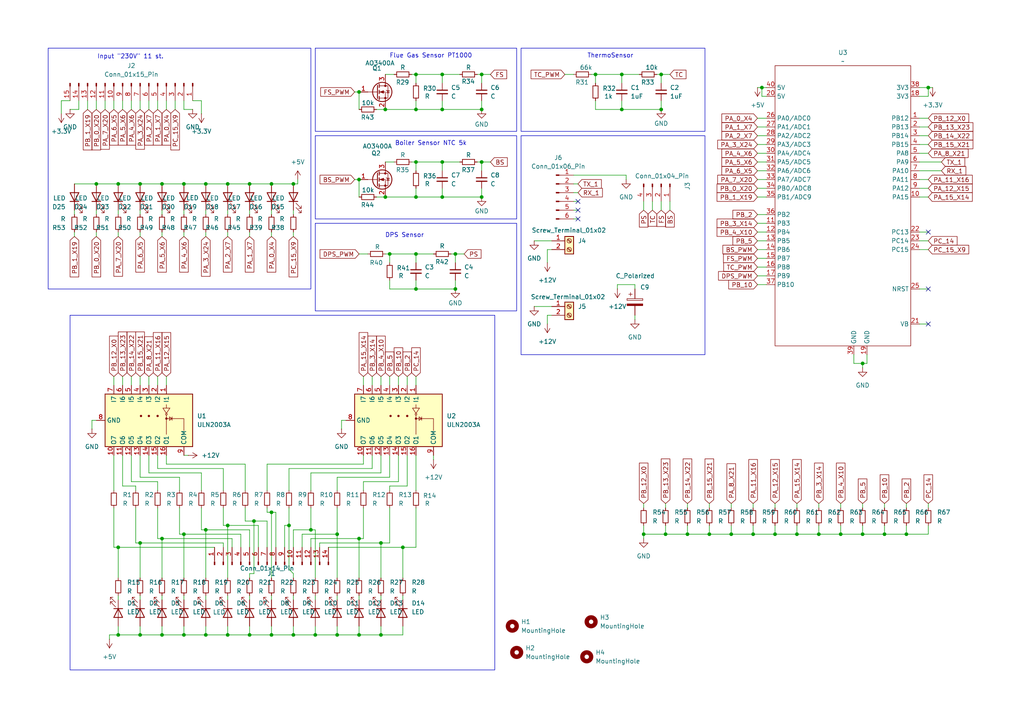
<source format=kicad_sch>
(kicad_sch (version 20231120) (generator "eeschema") (generator_version "8.0")
  (paper "A4")
  (junction (at 180.34 21.59))
  (junction (at 128.27 31.75))
  (junction (at 128.27 21.59))
  (junction (at 40.64 157.48))
  (junction (at 104.14 26.67))
  (junction (at 218.44 154.94))
  (junction (at 90.17 153.67))
  (junction (at 85.09 53.34))
  (junction (at 120.65 83.82))
  (junction (at 250.19 154.94))
  (junction (at 97.79 154.94))
  (junction (at 46.99 53.34))
  (junction (at 72.39 53.34))
  (junction (at 40.64 53.34))
  (junction (at 113.03 73.66))
  (junction (at 85.09 184.15))
  (junction (at 139.7 31.75))
  (junction (at 256.54 154.94))
  (junction (at 269.24 25.4))
  (junction (at 128.27 46.99))
  (junction (at 128.27 57.15))
  (junction (at 91.44 184.15))
  (junction (at 53.34 184.15))
  (junction (at 224.79 154.94))
  (junction (at 78.74 148.59))
  (junction (at 104.14 184.15))
  (junction (at 78.74 184.15))
  (junction (at 231.14 154.94))
  (junction (at 104.14 52.07))
  (junction (at 46.99 184.15))
  (junction (at 199.39 154.94))
  (junction (at 186.69 154.94))
  (junction (at 120.65 31.75))
  (junction (at 97.79 184.15))
  (junction (at 111.76 57.15))
  (junction (at 191.77 21.59))
  (junction (at 59.69 53.34))
  (junction (at 78.74 53.34))
  (junction (at 110.49 157.48))
  (junction (at 83.82 152.4))
  (junction (at 72.39 184.15))
  (junction (at 27.94 53.34))
  (junction (at 66.04 53.34))
  (junction (at 59.69 184.15))
  (junction (at 116.84 158.75))
  (junction (at 243.84 154.94))
  (junction (at 139.7 21.59))
  (junction (at 53.34 53.34))
  (junction (at 220.98 25.4))
  (junction (at 120.65 21.59))
  (junction (at 262.89 154.94))
  (junction (at 120.65 46.99))
  (junction (at 250.19 105.41))
  (junction (at 66.04 184.15))
  (junction (at 46.99 156.21))
  (junction (at 237.49 154.94))
  (junction (at 212.09 154.94))
  (junction (at 104.14 156.21))
  (junction (at 120.65 57.15))
  (junction (at 34.29 53.34))
  (junction (at 193.04 154.94))
  (junction (at 205.74 154.94))
  (junction (at 34.29 158.75))
  (junction (at 172.72 21.59))
  (junction (at 66.04 152.4))
  (junction (at 132.08 83.82))
  (junction (at 34.29 184.15))
  (junction (at 120.65 73.66))
  (junction (at 139.7 57.15))
  (junction (at 110.49 184.15))
  (junction (at 59.69 153.67))
  (junction (at 73.66 151.13))
  (junction (at 111.76 31.75))
  (junction (at 53.34 154.94))
  (junction (at 132.08 73.66))
  (junction (at 191.77 31.75))
  (junction (at 180.34 31.75))
  (junction (at 139.7 46.99))
  (junction (at 40.64 184.15))
  (no_connect (at 269.24 83.82))
  (no_connect (at 269.24 93.98))
  (no_connect (at 167.64 58.42))
  (no_connect (at 167.64 63.5))
  (no_connect (at 269.24 67.31))
  (no_connect (at 167.64 60.96))
  (wire (pts (xy 243.84 152.4) (xy 243.84 154.94)))
  (wire (pts (xy 97.79 172.72) (xy 97.79 173.99)))
  (wire (pts (xy 78.74 172.72) (xy 78.74 173.99)))
  (wire (pts (xy 46.99 53.34) (xy 40.64 53.34)))
  (wire (pts (xy 33.02 132.08) (xy 33.02 142.24)))
  (wire (pts (xy 107.95 132.08) (xy 107.95 135.89)))
  (wire (pts (xy 120.65 21.59) (xy 128.27 21.59)))
  (wire (pts (xy 53.34 154.94) (xy 69.85 154.94)))
  (wire (pts (xy 53.34 154.94) (xy 53.34 167.64)))
  (wire (pts (xy 247.65 105.41) (xy 250.19 105.41)))
  (wire (pts (xy 27.94 53.34) (xy 21.59 53.34)))
  (wire (pts (xy 110.49 109.22) (xy 110.49 111.76)))
  (wire (pts (xy 243.84 146.05) (xy 243.84 147.32)))
  (wire (pts (xy 138.43 46.99) (xy 139.7 46.99)))
  (wire (pts (xy 64.77 147.32) (xy 64.77 152.4)))
  (wire (pts (xy 186.69 154.94) (xy 193.04 154.94)))
  (wire (pts (xy 205.74 146.05) (xy 205.74 147.32)))
  (wire (pts (xy 78.74 67.31) (xy 78.74 68.58)))
  (wire (pts (xy 256.54 146.05) (xy 256.54 147.32)))
  (wire (pts (xy 120.65 46.99) (xy 120.65 49.53)))
  (wire (pts (xy 219.71 34.29) (xy 222.25 34.29)))
  (wire (pts (xy 40.64 109.22) (xy 40.64 111.76)))
  (wire (pts (xy 139.7 21.59) (xy 142.24 21.59)))
  (wire (pts (xy 256.54 152.4) (xy 256.54 154.94)))
  (wire (pts (xy 116.84 158.75) (xy 120.65 158.75)))
  (wire (pts (xy 53.34 53.34) (xy 46.99 53.34)))
  (wire (pts (xy 40.64 157.48) (xy 64.77 157.48)))
  (wire (pts (xy 171.45 21.59) (xy 172.72 21.59)))
  (wire (pts (xy 219.71 57.15) (xy 222.25 57.15)))
  (wire (pts (xy 66.04 152.4) (xy 74.93 152.4)))
  (wire (pts (xy 33.02 29.21) (xy 33.02 31.75)))
  (wire (pts (xy 66.04 181.61) (xy 66.04 184.15)))
  (wire (pts (xy 219.71 64.77) (xy 222.25 64.77)))
  (wire (pts (xy 64.77 152.4) (xy 66.04 152.4)))
  (wire (pts (xy 139.7 29.21) (xy 139.7 31.75)))
  (wire (pts (xy 72.39 53.34) (xy 66.04 53.34)))
  (wire (pts (xy 218.44 152.4) (xy 218.44 154.94)))
  (wire (pts (xy 53.34 181.61) (xy 53.34 184.15)))
  (wire (pts (xy 59.69 181.61) (xy 59.69 184.15)))
  (wire (pts (xy 78.74 148.59) (xy 78.74 167.64)))
  (wire (pts (xy 85.09 166.37) (xy 83.82 165.1)))
  (wire (pts (xy 224.79 154.94) (xy 231.14 154.94)))
  (wire (pts (xy 172.72 21.59) (xy 180.34 21.59)))
  (wire (pts (xy 22.86 29.21) (xy 22.86 31.75)))
  (wire (pts (xy 193.04 146.05) (xy 193.04 147.32)))
  (wire (pts (xy 247.65 102.87) (xy 247.65 105.41)))
  (wire (pts (xy 199.39 146.05) (xy 199.39 147.32)))
  (wire (pts (xy 48.26 109.22) (xy 48.26 111.76)))
  (wire (pts (xy 31.75 184.15) (xy 31.75 185.42)))
  (wire (pts (xy 219.71 67.31) (xy 222.25 67.31)))
  (wire (pts (xy 120.65 57.15) (xy 128.27 57.15)))
  (wire (pts (xy 266.7 49.53) (xy 273.05 49.53)))
  (wire (pts (xy 266.7 36.83) (xy 269.24 36.83)))
  (wire (pts (xy 113.03 81.28) (xy 113.03 83.82)))
  (wire (pts (xy 34.29 62.23) (xy 34.29 60.96)))
  (wire (pts (xy 181.61 50.8) (xy 181.61 52.07)))
  (wire (pts (xy 113.03 83.82) (xy 120.65 83.82)))
  (wire (pts (xy 105.41 109.22) (xy 105.41 111.76)))
  (wire (pts (xy 77.47 134.62) (xy 77.47 142.24)))
  (wire (pts (xy 90.17 137.16) (xy 110.49 137.16)))
  (wire (pts (xy 194.31 58.42) (xy 194.31 60.96)))
  (wire (pts (xy 105.41 139.7) (xy 105.41 142.24)))
  (wire (pts (xy 77.47 148.59) (xy 78.74 148.59)))
  (wire (pts (xy 118.11 109.22) (xy 118.11 111.76)))
  (wire (pts (xy 71.12 134.62) (xy 71.12 142.24)))
  (wire (pts (xy 90.17 156.21) (xy 104.14 156.21)))
  (wire (pts (xy 53.34 132.08) (xy 54.61 132.08)))
  (wire (pts (xy 163.83 21.59) (xy 166.37 21.59)))
  (wire (pts (xy 120.65 31.75) (xy 128.27 31.75)))
  (wire (pts (xy 115.57 109.22) (xy 115.57 111.76)))
  (wire (pts (xy 111.76 21.59) (xy 114.3 21.59)))
  (wire (pts (xy 154.94 88.9) (xy 160.02 88.9)))
  (wire (pts (xy 35.56 109.22) (xy 35.56 111.76)))
  (wire (pts (xy 34.29 181.61) (xy 34.29 184.15)))
  (wire (pts (xy 219.71 74.93) (xy 222.25 74.93)))
  (wire (pts (xy 120.65 54.61) (xy 120.65 57.15)))
  (wire (pts (xy 199.39 154.94) (xy 205.74 154.94)))
  (wire (pts (xy 78.74 62.23) (xy 78.74 60.96)))
  (wire (pts (xy 99.06 121.92) (xy 99.06 124.46)))
  (wire (pts (xy 35.56 132.08) (xy 35.56 140.97)))
  (wire (pts (xy 266.7 41.91) (xy 269.24 41.91)))
  (wire (pts (xy 90.17 156.21) (xy 90.17 158.75)))
  (wire (pts (xy 219.71 46.99) (xy 222.25 46.99)))
  (wire (pts (xy 91.44 172.72) (xy 91.44 173.99)))
  (wire (pts (xy 110.49 157.48) (xy 110.49 167.64)))
  (wire (pts (xy 40.64 132.08) (xy 40.64 138.43)))
  (wire (pts (xy 243.84 154.94) (xy 250.19 154.94)))
  (wire (pts (xy 166.37 58.42) (xy 167.64 58.42)))
  (wire (pts (xy 71.12 151.13) (xy 73.66 151.13)))
  (wire (pts (xy 86.36 53.34) (xy 86.36 52.07)))
  (wire (pts (xy 27.94 67.31) (xy 27.94 68.58)))
  (wire (pts (xy 72.39 166.37) (xy 72.39 167.64)))
  (wire (pts (xy 120.65 147.32) (xy 120.65 158.75)))
  (wire (pts (xy 190.5 21.59) (xy 191.77 21.59)))
  (wire (pts (xy 269.24 152.4) (xy 269.24 154.94)))
  (wire (pts (xy 21.59 62.23) (xy 21.59 60.96)))
  (wire (pts (xy 220.98 25.4) (xy 220.98 27.94)))
  (wire (pts (xy 59.69 53.34) (xy 53.34 53.34)))
  (wire (pts (xy 45.72 147.32) (xy 45.72 156.21)))
  (wire (pts (xy 82.55 152.4) (xy 82.55 158.75)))
  (wire (pts (xy 80.01 148.59) (xy 80.01 158.75)))
  (wire (pts (xy 17.78 29.21) (xy 17.78 33.02)))
  (wire (pts (xy 91.44 184.15) (xy 97.79 184.15)))
  (wire (pts (xy 26.67 121.92) (xy 27.94 121.92)))
  (wire (pts (xy 45.72 109.22) (xy 45.72 111.76)))
  (wire (pts (xy 262.89 154.94) (xy 269.24 154.94)))
  (wire (pts (xy 34.29 158.75) (xy 62.23 158.75)))
  (wire (pts (xy 193.04 152.4) (xy 193.04 154.94)))
  (wire (pts (xy 212.09 154.94) (xy 218.44 154.94)))
  (wire (pts (xy 105.41 147.32) (xy 105.41 156.21)))
  (wire (pts (xy 43.18 132.08) (xy 43.18 137.16)))
  (wire (pts (xy 120.65 73.66) (xy 125.73 73.66)))
  (wire (pts (xy 38.1 109.22) (xy 38.1 111.76)))
  (wire (pts (xy 38.1 132.08) (xy 38.1 139.7)))
  (wire (pts (xy 224.79 152.4) (xy 224.79 154.94)))
  (wire (pts (xy 46.99 156.21) (xy 67.31 156.21)))
  (wire (pts (xy 35.56 140.97) (xy 39.37 140.97)))
  (wire (pts (xy 120.65 83.82) (xy 132.08 83.82)))
  (wire (pts (xy 43.18 29.21) (xy 43.18 31.75)))
  (wire (pts (xy 266.7 44.45) (xy 269.24 44.45)))
  (wire (pts (xy 52.07 138.43) (xy 52.07 142.24)))
  (wire (pts (xy 86.36 53.34) (xy 85.09 53.34)))
  (wire (pts (xy 116.84 158.75) (xy 116.84 167.64)))
  (wire (pts (xy 139.7 54.61) (xy 139.7 57.15)))
  (wire (pts (xy 256.54 154.94) (xy 262.89 154.94)))
  (wire (pts (xy 85.09 172.72) (xy 85.09 173.99)))
  (wire (pts (xy 66.04 53.34) (xy 59.69 53.34)))
  (wire (pts (xy 180.34 29.21) (xy 180.34 31.75)))
  (wire (pts (xy 266.7 34.29) (xy 269.24 34.29)))
  (wire (pts (xy 40.64 62.23) (xy 40.64 60.96)))
  (wire (pts (xy 104.14 73.66) (xy 106.68 73.66)))
  (wire (pts (xy 92.71 157.48) (xy 92.71 158.75)))
  (wire (pts (xy 113.03 147.32) (xy 113.03 157.48)))
  (wire (pts (xy 110.49 184.15) (xy 116.84 184.15)))
  (wire (pts (xy 132.08 73.66) (xy 132.08 76.2)))
  (wire (pts (xy 130.81 73.66) (xy 132.08 73.66)))
  (wire (pts (xy 191.77 21.59) (xy 194.31 21.59)))
  (wire (pts (xy 132.08 81.28) (xy 132.08 83.82)))
  (wire (pts (xy 158.75 91.44) (xy 158.75 93.98)))
  (wire (pts (xy 266.7 46.99) (xy 273.05 46.99)))
  (wire (pts (xy 269.24 146.05) (xy 269.24 147.32)))
  (wire (pts (xy 219.71 49.53) (xy 222.25 49.53)))
  (wire (pts (xy 59.69 184.15) (xy 66.04 184.15)))
  (wire (pts (xy 58.42 137.16) (xy 58.42 142.24)))
  (wire (pts (xy 20.32 31.75) (xy 22.86 31.75)))
  (wire (pts (xy 105.41 132.08) (xy 105.41 134.62)))
  (wire (pts (xy 184.15 91.44) (xy 184.15 92.71)))
  (wire (pts (xy 199.39 152.4) (xy 199.39 154.94)))
  (wire (pts (xy 113.03 140.97) (xy 118.11 140.97)))
  (wire (pts (xy 66.04 62.23) (xy 66.04 60.96)))
  (wire (pts (xy 104.14 52.07) (xy 104.14 57.15)))
  (wire (pts (xy 77.47 147.32) (xy 77.47 148.59)))
  (wire (pts (xy 219.71 72.39) (xy 222.25 72.39)))
  (wire (pts (xy 189.23 58.42) (xy 189.23 60.96)))
  (wire (pts (xy 90.17 147.32) (xy 90.17 153.67)))
  (wire (pts (xy 78.74 53.34) (xy 72.39 53.34)))
  (wire (pts (xy 158.75 72.39) (xy 160.02 72.39)))
  (wire (pts (xy 52.07 154.94) (xy 53.34 154.94)))
  (wire (pts (xy 128.27 46.99) (xy 128.27 49.53)))
  (wire (pts (xy 46.99 62.23) (xy 46.99 60.96)))
  (wire (pts (xy 40.64 29.21) (xy 40.64 31.75)))
  (wire (pts (xy 125.73 132.08) (xy 125.73 133.35)))
  (wire (pts (xy 266.7 69.85) (xy 269.24 69.85)))
  (wire (pts (xy 72.39 166.37) (xy 73.66 166.37)))
  (wire (pts (xy 66.04 67.31) (xy 66.04 68.58)))
  (wire (pts (xy 219.71 80.01) (xy 222.25 80.01)))
  (wire (pts (xy 59.69 153.67) (xy 59.69 167.64)))
  (wire (pts (xy 48.26 132.08) (xy 48.26 134.62)))
  (wire (pts (xy 111.76 31.75) (xy 120.65 31.75)))
  (wire (pts (xy 118.11 132.08) (xy 118.11 140.97)))
  (wire (pts (xy 97.79 138.43) (xy 97.79 142.24)))
  (wire (pts (xy 219.71 44.45) (xy 222.25 44.45)))
  (wire (pts (xy 46.99 184.15) (xy 53.34 184.15)))
  (wire (pts (xy 111.76 46.99) (xy 114.3 46.99)))
  (wire (pts (xy 180.34 21.59) (xy 185.42 21.59)))
  (wire (pts (xy 39.37 147.32) (xy 39.37 157.48)))
  (wire (pts (xy 40.64 67.31) (xy 40.64 68.58)))
  (wire (pts (xy 166.37 55.88) (xy 167.64 55.88)))
  (wire (pts (xy 27.94 62.23) (xy 27.94 60.96)))
  (wire (pts (xy 72.39 153.67) (xy 72.39 158.75)))
  (wire (pts (xy 262.89 152.4) (xy 262.89 154.94)))
  (wire (pts (xy 212.09 152.4) (xy 212.09 154.94)))
  (wire (pts (xy 85.09 153.67) (xy 85.09 158.75)))
  (wire (pts (xy 53.34 67.31) (xy 53.34 68.58)))
  (wire (pts (xy 50.8 29.21) (xy 50.8 31.75)))
  (wire (pts (xy 40.64 184.15) (xy 46.99 184.15)))
  (wire (pts (xy 250.19 154.94) (xy 256.54 154.94)))
  (wire (pts (xy 33.02 158.75) (xy 34.29 158.75)))
  (wire (pts (xy 66.04 172.72) (xy 66.04 173.99)))
  (wire (pts (xy 85.09 184.15) (xy 91.44 184.15)))
  (wire (pts (xy 128.27 21.59) (xy 133.35 21.59)))
  (wire (pts (xy 46.99 181.61) (xy 46.99 184.15)))
  (wire (pts (xy 251.46 102.87) (xy 251.46 105.41)))
  (wire (pts (xy 120.65 21.59) (xy 120.65 24.13)))
  (wire (pts (xy 30.48 29.21) (xy 30.48 31.75)))
  (wire (pts (xy 85.09 181.61) (xy 85.09 184.15)))
  (wire (pts (xy 85.09 62.23) (xy 85.09 60.96)))
  (wire (pts (xy 128.27 29.21) (xy 128.27 31.75)))
  (wire (pts (xy 104.14 172.72) (xy 104.14 173.99)))
  (wire (pts (xy 104.14 26.67) (xy 104.14 31.75)))
  (wire (pts (xy 33.02 109.22) (xy 33.02 111.76)))
  (wire (pts (xy 139.7 46.99) (xy 139.7 49.53)))
  (wire (pts (xy 58.42 153.67) (xy 59.69 153.67)))
  (wire (pts (xy 186.69 146.05) (xy 186.69 147.32)))
  (wire (pts (xy 78.74 184.15) (xy 85.09 184.15)))
  (wire (pts (xy 139.7 46.99) (xy 142.24 46.99)))
  (wire (pts (xy 186.69 58.42) (xy 186.69 60.96)))
  (wire (pts (xy 87.63 154.94) (xy 87.63 158.75)))
  (wire (pts (xy 120.65 109.22) (xy 120.65 111.76)))
  (wire (pts (xy 21.59 67.31) (xy 21.59 68.58)))
  (wire (pts (xy 104.14 156.21) (xy 104.14 167.64)))
  (wire (pts (xy 83.82 147.32) (xy 83.82 152.4)))
  (wire (pts (xy 58.42 29.21) (xy 58.42 33.02)))
  (wire (pts (xy 205.74 154.94) (xy 212.09 154.94)))
  (wire (pts (xy 212.09 146.05) (xy 212.09 147.32)))
  (wire (pts (xy 40.64 53.34) (xy 34.29 53.34)))
  (wire (pts (xy 132.08 73.66) (xy 134.62 73.66)))
  (wire (pts (xy 25.4 29.21) (xy 25.4 31.75)))
  (wire (pts (xy 43.18 137.16) (xy 58.42 137.16)))
  (wire (pts (xy 266.7 27.94) (xy 269.24 27.94)))
  (wire (pts (xy 74.93 152.4) (xy 74.93 158.75)))
  (wire (pts (xy 219.71 77.47) (xy 222.25 77.47)))
  (wire (pts (xy 138.43 21.59) (xy 139.7 21.59)))
  (wire (pts (xy 72.39 67.31) (xy 72.39 68.58)))
  (wire (pts (xy 186.69 152.4) (xy 186.69 154.94)))
  (wire (pts (xy 83.82 152.4) (xy 83.82 165.1)))
  (wire (pts (xy 90.17 137.16) (xy 90.17 142.24)))
  (wire (pts (xy 128.27 21.59) (xy 128.27 24.13)))
  (wire (pts (xy 59.69 172.72) (xy 59.69 173.99)))
  (wire (pts (xy 218.44 154.94) (xy 224.79 154.94)))
  (wire (pts (xy 53.34 62.23) (xy 53.34 60.96)))
  (wire (pts (xy 104.14 156.21) (xy 105.41 156.21)))
  (wire (pts (xy 59.69 62.23) (xy 59.69 60.96)))
  (wire (pts (xy 110.49 172.72) (xy 110.49 173.99)))
  (wire (pts (xy 109.22 57.15) (xy 111.76 57.15)))
  (wire (pts (xy 110.49 132.08) (xy 110.49 137.16)))
  (wire (pts (xy 113.03 140.97) (xy 113.03 142.24)))
  (wire (pts (xy 237.49 152.4) (xy 237.49 154.94)))
  (wire (pts (xy 45.72 135.89) (xy 64.77 135.89)))
  (wire (pts (xy 120.65 46.99) (xy 128.27 46.99)))
  (wire (pts (xy 269.24 25.4) (xy 269.24 27.94)))
  (wire (pts (xy 219.71 69.85) (xy 222.25 69.85)))
  (wire (pts (xy 120.65 132.08) (xy 120.65 142.24)))
  (wire (pts (xy 72.39 172.72) (xy 72.39 173.99)))
  (wire (pts (xy 205.74 152.4) (xy 205.74 154.94)))
  (wire (pts (xy 191.77 21.59) (xy 191.77 24.13)))
  (wire (pts (xy 99.06 121.92) (xy 100.33 121.92)))
  (wire (pts (xy 72.39 181.61) (xy 72.39 184.15)))
  (wire (pts (xy 105.41 139.7) (xy 115.57 139.7)))
  (wire (pts (xy 53.34 184.15) (xy 59.69 184.15)))
  (wire (pts (xy 69.85 154.94) (xy 69.85 158.75)))
  (wire (pts (xy 266.7 39.37) (xy 269.24 39.37)))
  (wire (pts (xy 179.07 82.55) (xy 179.07 83.82)))
  (wire (pts (xy 116.84 172.72) (xy 116.84 173.99)))
  (wire (pts (xy 72.39 62.23) (xy 72.39 60.96)))
  (wire (pts (xy 266.7 72.39) (xy 269.24 72.39)))
  (wire (pts (xy 109.22 31.75) (xy 111.76 31.75)))
  (wire (pts (xy 97.79 184.15) (xy 104.14 184.15)))
  (wire (pts (xy 52.07 147.32) (xy 52.07 154.94)))
  (wire (pts (xy 64.77 157.48) (xy 64.77 158.75)))
  (wire (pts (xy 58.42 147.32) (xy 58.42 153.67)))
  (wire (pts (xy 219.71 41.91) (xy 222.25 41.91)))
  (wire (pts (xy 158.75 91.44) (xy 160.02 91.44)))
  (wire (pts (xy 139.7 21.59) (xy 139.7 24.13)))
  (wire (pts (xy 186.69 154.94) (xy 186.69 156.21)))
  (wire (pts (xy 26.67 121.92) (xy 26.67 124.46)))
  (wire (pts (xy 172.72 21.59) (xy 172.72 24.13)))
  (wire (pts (xy 85.09 153.67) (xy 90.17 153.67)))
  (wire (pts (xy 172.72 29.21) (xy 172.72 31.75)))
  (wire (pts (xy 67.31 156.21) (xy 67.31 158.75)))
  (wire (pts (xy 220.98 25.4) (xy 222.25 25.4)))
  (wire (pts (xy 104.14 181.61) (xy 104.14 184.15)))
  (wire (pts (xy 77.47 151.13) (xy 77.47 158.75)))
  (wire (pts (xy 113.03 73.66) (xy 113.03 76.2)))
  (wire (pts (xy 40.64 181.61) (xy 40.64 184.15)))
  (wire (pts (xy 166.37 50.8) (xy 181.61 50.8)))
  (wire (pts (xy 90.17 153.67) (xy 91.44 153.67)))
  (wire (pts (xy 180.34 21.59) (xy 180.34 24.13)))
  (wire (pts (xy 78.74 148.59) (xy 80.01 148.59)))
  (wire (pts (xy 34.29 184.15) (xy 40.64 184.15)))
  (wire (pts (xy 128.27 54.61) (xy 128.27 57.15)))
  (wire (pts (xy 219.71 39.37) (xy 222.25 39.37)))
  (wire (pts (xy 220.98 27.94) (xy 222.25 27.94)))
  (wire (pts (xy 116.84 181.61) (xy 116.84 184.15)))
  (wire (pts (xy 154.94 69.85) (xy 160.02 69.85)))
  (wire (pts (xy 46.99 156.21) (xy 46.99 167.64)))
  (wire (pts (xy 219.71 54.61) (xy 222.25 54.61)))
  (wire (pts (xy 48.26 134.62) (xy 71.12 134.62)))
  (wire (pts (xy 35.56 29.21) (xy 35.56 31.75)))
  (wire (pts (xy 45.72 139.7) (xy 45.72 142.24)))
  (wire (pts (xy 33.02 147.32) (xy 33.02 158.75)))
  (wire (pts (xy 128.27 57.15) (xy 139.7 57.15)))
  (wire (pts (xy 172.72 31.75) (xy 180.34 31.75)))
  (wire (pts (xy 219.71 25.4) (xy 220.98 25.4)))
  (wire (pts (xy 266.7 67.31) (xy 269.24 67.31)))
  (wire (pts (xy 46.99 172.72) (xy 46.99 173.99)))
  (wire (pts (xy 71.12 147.32) (xy 71.12 151.13)))
  (wire (pts (xy 231.14 152.4) (xy 231.14 154.94)))
  (wire (pts (xy 231.14 154.94) (xy 237.49 154.94)))
  (wire (pts (xy 111.76 57.15) (xy 120.65 57.15)))
  (wire (pts (xy 102.87 26.67) (xy 104.14 26.67)))
  (wire (pts (xy 269.24 25.4) (xy 270.51 25.4)))
  (wire (pts (xy 82.55 152.4) (xy 83.82 152.4)))
  (wire (pts (xy 266.7 93.98) (xy 269.24 93.98)))
  (wire (pts (xy 128.27 31.75) (xy 139.7 31.75)))
  (wire (pts (xy 55.88 29.21) (xy 58.42 29.21)))
  (wire (pts (xy 166.37 53.34) (xy 167.64 53.34)))
  (wire (pts (xy 72.39 184.15) (xy 78.74 184.15)))
  (wire (pts (xy 95.25 158.75) (xy 116.84 158.75)))
  (wire (pts (xy 48.26 29.21) (xy 48.26 31.75)))
  (wire (pts (xy 83.82 135.89) (xy 83.82 142.24)))
  (wire (pts (xy 110.49 181.61) (xy 110.49 184.15)))
  (wire (pts (xy 39.37 157.48) (xy 40.64 157.48)))
  (wire (pts (xy 45.72 156.21) (xy 46.99 156.21)))
  (wire (pts (xy 97.79 147.32) (xy 97.79 154.94)))
  (wire (pts (xy 113.03 109.22) (xy 113.03 111.76)))
  (wire (pts (xy 250.19 146.05) (xy 250.19 147.32)))
  (wire (pts (xy 120.65 81.28) (xy 120.65 83.82)))
  (wire (pts (xy 266.7 57.15) (xy 269.24 57.15)))
  (wire (pts (xy 40.64 172.72) (xy 40.64 173.99)))
  (wire (pts (xy 38.1 29.21) (xy 38.1 31.75)))
  (wire (pts (xy 191.77 58.42) (xy 191.77 60.96)))
  (wire (pts (xy 73.66 151.13) (xy 77.47 151.13)))
  (wire (pts (xy 97.79 138.43) (xy 113.03 138.43)))
  (wire (pts (xy 83.82 135.89) (xy 107.95 135.89)))
  (wire (pts (xy 85.09 166.37) (xy 85.09 167.64)))
  (wire (pts (xy 43.18 109.22) (xy 43.18 111.76)))
  (wire (pts (xy 180.34 31.75) (xy 191.77 31.75)))
  (wire (pts (xy 193.04 154.94) (xy 199.39 154.94)))
  (wire (pts (xy 115.57 132.08) (xy 115.57 139.7)))
  (wire (pts (xy 166.37 63.5) (xy 167.64 63.5)))
  (wire (pts (xy 237.49 154.94) (xy 243.84 154.94)))
  (wire (pts (xy 250.19 105.41) (xy 250.19 106.68)))
  (wire (pts (xy 224.79 146.05) (xy 224.79 147.32)))
  (wire (pts (xy 45.72 29.21) (xy 45.72 31.75)))
  (wire (pts (xy 262.89 146.05) (xy 262.89 147.32)))
  (wire (pts (xy 31.75 184.15) (xy 34.29 184.15)))
  (wire (pts (xy 231.14 146.05) (xy 231.14 147.32)))
  (wire (pts (xy 40.64 157.48) (xy 40.64 167.64)))
  (wire (pts (xy 111.76 73.66) (xy 113.03 73.66)))
  (wire (pts (xy 34.29 53.34) (xy 27.94 53.34)))
  (wire (pts (xy 92.71 157.48) (xy 110.49 157.48)))
  (wire (pts (xy 266.7 52.07) (xy 269.24 52.07)))
  (wire (pts (xy 184.15 82.55) (xy 184.15 83.82)))
  (wire (pts (xy 53.34 31.75) (xy 55.88 31.75)))
  (wire (pts (xy 66.04 184.15) (xy 72.39 184.15)))
  (wire (pts (xy 191.77 29.21) (xy 191.77 31.75)))
  (wire (pts (xy 250.19 105.41) (xy 251.46 105.41)))
  (wire (pts (xy 59.69 67.31) (xy 59.69 68.58)))
  (wire (pts (xy 39.37 140.97) (xy 39.37 142.24)))
  (wire (pts (xy 66.04 152.4) (xy 66.04 167.64)))
  (wire (pts (xy 17.78 29.21) (xy 20.32 29.21)))
  (wire (pts (xy 219.71 62.23) (xy 222.25 62.23)))
  (wire (pts (xy 45.72 132.08) (xy 45.72 135.89)))
  (wire (pts (xy 102.87 52.07) (xy 104.14 52.07)))
  (wire (pts (xy 110.49 157.48) (xy 113.03 157.48)))
  (wire (pts (xy 40.64 138.43) (xy 52.07 138.43)))
  (wire (pts (xy 158.75 72.39) (xy 158.75 76.2)))
  (wire (pts (xy 219.71 52.07) (xy 222.25 52.07)))
  (wire (pts (xy 119.38 46.99) (xy 120.65 46.99)))
  (wire (pts (xy 34.29 172.72) (xy 34.29 173.99)))
  (wire (pts (xy 219.71 36.83) (xy 222.25 36.83)))
  (wire (pts (xy 85.09 53.34) (xy 78.74 53.34)))
  (wire (pts (xy 91.44 153.67) (xy 91.44 167.64)))
  (wire (pts (xy 34.29 158.75) (xy 34.29 167.64)))
  (wire (pts (xy 266.7 25.4) (xy 269.24 25.4)))
  (wire (pts (xy 218.44 146.05) (xy 218.44 147.32)))
  (wire (pts (xy 27.94 29.21) (xy 27.94 31.75)))
  (wire (pts (xy 53.34 29.21) (xy 53.34 31.75)))
  (wire (pts (xy 77.47 134.62) (xy 105.41 134.62)))
  (wire (pts (xy 64.77 135.89) (xy 64.77 142.24)))
  (wire (pts (xy 73.66 151.13) (xy 73.66 166.37)))
  (wire (pts (xy 266.7 83.82) (xy 269.24 83.82)))
  (wire (pts (xy 107.95 109.22) (xy 107.95 111.76)))
  (wire (pts (xy 128.27 46.99) (xy 133.35 46.99)))
  (wire (pts (xy 59.69 153.67) (xy 72.39 153.67)))
  (wire (pts (xy 38.1 139.7) (xy 45.72 139.7)))
  (wire (pts (xy 266.7 54.61) (xy 269.24 54.61)))
  (wire (pts (xy 219.71 82.55) (xy 222.25 82.55)))
  (wire (pts (xy 113.03 132.08) (xy 113.03 138.43)))
  (wire (pts (xy 237.49 146.05) (xy 237.49 147.32)))
  (wire (pts (xy 120.65 29.21) (xy 120.65 31.75)))
  (wire (pts (xy 34.29 67.31) (xy 34.29 68.58)))
  (wire (pts (xy 113.03 73.66) (xy 120.65 73.66)))
  (wire (pts (xy 97.79 181.61) (xy 97.79 184.15)))
  (wire (pts (xy 104.14 184.15) (xy 110.49 184.15)))
  (wire (pts (xy 250.19 152.4) (xy 250.19 154.94)))
  (wire (pts (xy 179.07 82.55) (xy 184.15 82.55)))
  (wire (pts (xy 166.37 60.96) (xy 167.64 60.96)))
  (wire (pts (xy 91.44 181.61) (xy 91.44 184.15)))
  (wire (pts (xy 85.09 67.31) (xy 85.09 68.58)))
  (wire (pts (xy 120.65 73.66) (xy 120.65 76.2)))
  (wire (pts (xy 119.38 21.59) (xy 120.65 21.59)))
  (wire (pts (xy 53.34 172.72) (xy 53.34 173.99)))
  (wire (pts (xy 97.79 154.94) (xy 97.79 167.64)))
  (wire (pts (xy 87.63 154.94) (xy 97.79 154.94)))
  (wire (pts (xy 78.74 181.61) (xy 78.74 184.15)))
  (wire (pts (xy 46.99 67.31) (xy 46.99 68.58)))
  (rectangle (start 151.13 13.97) (end 204.47 38.1))
  (rectangle (start 91.44 39.37) (end 149.86 63.5))
  (rectangle (start 20.32 91.44) (end 143.51 194.31))
  (rectangle (start 91.44 13.97) (end 149.86 38.1))
  (rectangle (start 151.13 39.37) (end 204.47 102.87))
  (rectangle (start 91.44 64.77) (end 149.86 90.17))
  (rectangle (start 13.97 13.97) (end 90.17 83.82))
  (text "Boiler Sensor NTC 5k" (at 124.968 41.656 0) (effects (font (size 1.27 1.27))))
  (text "DPS Sensor" (at 117.348 68.326 0) (effects (font (size 1.27 1.27))))
  (text "ThermoSensor" (at 177.038 16.256 0) (effects (font (size 1.27 1.27))))
  (text "Flue Gas Sensor PT1000" (at 124.968 16.256 0) (effects (font (size 1.27 1.27))))
  (text "Input \"230V\" 11 st." (at 37.846 16.51 0) (effects (font (size 1.27 1.27))))
  (global_label "PC_14" (shape input) (at 269.24 146.05 90) (property "Intersheetrefs" "${INTERSHEET_REFS}" (effects (hide yes))))
  (global_label "PA_11_X16" (shape input) (at 218.44 146.05 90) (property "Intersheetrefs" "${INTERSHEET_REFS}" (effects (hide yes))))
  (global_label "PA_8_X21" (shape input) (at 43.18 109.22 90) (property "Intersheetrefs" "${INTERSHEET_REFS}" (effects (hide yes))))
  (global_label "PB_5" (shape input) (at 219.71 69.85 180) (property "Intersheetrefs" "${INTERSHEET_REFS}" (effects (hide yes))))
  (global_label "PA_8_X21" (shape input) (at 269.24 44.45 0) (property "Intersheetrefs" "${INTERSHEET_REFS}" (effects (hide yes))))
  (global_label "PA_0_X4" (shape input) (at 78.74 68.58 270) (property "Intersheetrefs" "${INTERSHEET_REFS}" (effects (hide yes))))
  (global_label "PA_6_X5" (shape input) (at 40.64 68.58 270) (property "Intersheetrefs" "${INTERSHEET_REFS}" (effects (hide yes))))
  (global_label "PB_10" (shape input) (at 256.54 146.05 90) (property "Intersheetrefs" "${INTERSHEET_REFS}" (effects (hide yes))))
  (global_label "PA_3_X24" (shape input) (at 219.71 41.91 180) (property "Intersheetrefs" "${INTERSHEET_REFS}" (effects (hide yes))))
  (global_label "PB_2" (shape input) (at 118.11 109.22 90) (property "Intersheetrefs" "${INTERSHEET_REFS}" (effects (hide yes))))
  (global_label "PA_4_X6" (shape input) (at 219.71 44.45 180) (property "Intersheetrefs" "${INTERSHEET_REFS}" (effects (hide yes))))
  (global_label "PA_7_X20" (shape input) (at 219.71 52.07 180) (property "Intersheetrefs" "${INTERSHEET_REFS}" (effects (hide yes))))
  (global_label "FS" (shape input) (at 191.77 60.96 270) (property "Intersheetrefs" "${INTERSHEET_REFS}" (effects (hide yes))))
  (global_label "DPS_PWM" (shape input) (at 219.71 80.01 180) (property "Intersheetrefs" "${INTERSHEET_REFS}" (effects (hide yes))))
  (global_label "PB_2" (shape input) (at 219.71 62.23 180) (property "Intersheetrefs" "${INTERSHEET_REFS}" (effects (hide yes))))
  (global_label "PB_5" (shape input) (at 113.03 109.22 90) (property "Intersheetrefs" "${INTERSHEET_REFS}" (effects (hide yes))))
  (global_label "PA_3_X24" (shape input) (at 59.69 68.58 270) (property "Intersheetrefs" "${INTERSHEET_REFS}" (effects (hide yes))))
  (global_label "TX_1" (shape input) (at 167.64 53.34 0) (property "Intersheetrefs" "${INTERSHEET_REFS}" (effects (hide yes))))
  (global_label "PB_12_X0" (shape input) (at 269.24 34.29 0) (property "Intersheetrefs" "${INTERSHEET_REFS}" (effects (hide yes))))
  (global_label "PB_0_X20" (shape input) (at 27.94 31.75 270) (property "Intersheetrefs" "${INTERSHEET_REFS}" (effects (hide yes))))
  (global_label "PS" (shape input) (at 134.62 73.66 0) (property "Intersheetrefs" "${INTERSHEET_REFS}" (effects (hide yes))))
  (global_label "PA_15_X14" (shape input) (at 105.41 109.22 90) (property "Intersheetrefs" "${INTERSHEET_REFS}" (effects (hide yes))))
  (global_label "PB_3_X14" (shape input) (at 219.71 64.77 180) (property "Intersheetrefs" "${INTERSHEET_REFS}" (effects (hide yes))))
  (global_label "PC_15_X9" (shape input) (at 269.24 72.39 0) (property "Intersheetrefs" "${INTERSHEET_REFS}" (effects (hide yes))))
  (global_label "PA_12_X15" (shape input) (at 224.79 146.05 90) (property "Intersheetrefs" "${INTERSHEET_REFS}" (effects (hide yes))))
  (global_label "PB_12_X0" (shape input) (at 33.02 109.22 90) (property "Intersheetrefs" "${INTERSHEET_REFS}" (effects (hide yes))))
  (global_label "PB_4_X10" (shape input) (at 110.49 109.22 90) (property "Intersheetrefs" "${INTERSHEET_REFS}" (effects (hide yes))))
  (global_label "PB_4_X10" (shape input) (at 219.71 67.31 180) (property "Intersheetrefs" "${INTERSHEET_REFS}" (effects (hide yes))))
  (global_label "TX_1" (shape input) (at 273.05 46.99 0) (property "Intersheetrefs" "${INTERSHEET_REFS}" (effects (hide yes))))
  (global_label "BS_PWM" (shape input) (at 102.87 52.07 180) (property "Intersheetrefs" "${INTERSHEET_REFS}" (effects (hide yes))))
  (global_label "PB_13_X23" (shape input) (at 269.24 36.83 0) (property "Intersheetrefs" "${INTERSHEET_REFS}" (effects (hide yes))))
  (global_label "PA_15_X14" (shape input) (at 231.14 146.05 90) (property "Intersheetrefs" "${INTERSHEET_REFS}" (effects (hide yes))))
  (global_label "PA_5_X6" (shape input) (at 219.71 46.99 180) (property "Intersheetrefs" "${INTERSHEET_REFS}" (effects (hide yes))))
  (global_label "PB_1_X19" (shape input) (at 219.71 57.15 180) (property "Intersheetrefs" "${INTERSHEET_REFS}" (effects (hide yes))))
  (global_label "BS_PWM" (shape input) (at 219.71 72.39 180) (property "Intersheetrefs" "${INTERSHEET_REFS}" (effects (hide yes))))
  (global_label "PB_10" (shape input) (at 219.71 82.55 180) (property "Intersheetrefs" "${INTERSHEET_REFS}" (effects (hide yes))))
  (global_label "PB_15_X21" (shape input) (at 205.74 146.05 90) (property "Intersheetrefs" "${INTERSHEET_REFS}" (effects (hide yes))))
  (global_label "PA_6_X5" (shape input) (at 219.71 49.53 180) (property "Intersheetrefs" "${INTERSHEET_REFS}" (effects (hide yes))))
  (global_label "PB_13_X23" (shape input) (at 193.04 146.05 90) (property "Intersheetrefs" "${INTERSHEET_REFS}" (effects (hide yes))))
  (global_label "RX_1" (shape input) (at 167.64 55.88 0) (property "Intersheetrefs" "${INTERSHEET_REFS}" (effects (hide yes))))
  (global_label "PS" (shape input) (at 186.69 60.96 270) (property "Intersheetrefs" "${INTERSHEET_REFS}" (effects (hide yes))))
  (global_label "PA_11_X16" (shape input) (at 269.24 52.07 0) (property "Intersheetrefs" "${INTERSHEET_REFS}" (effects (hide yes))))
  (global_label "PA_0_X4" (shape input) (at 48.26 31.75 270) (property "Intersheetrefs" "${INTERSHEET_REFS}" (effects (hide yes))))
  (global_label "PB_2" (shape input) (at 262.89 146.05 90) (property "Intersheetrefs" "${INTERSHEET_REFS}" (effects (hide yes))))
  (global_label "PC_15_X9" (shape input) (at 50.8 31.75 270) (property "Intersheetrefs" "${INTERSHEET_REFS}" (effects (hide yes))))
  (global_label "PA_1_X7" (shape input) (at 219.71 36.83 180) (property "Intersheetrefs" "${INTERSHEET_REFS}" (effects (hide yes))))
  (global_label "PA_15_X14" (shape input) (at 269.24 57.15 0) (property "Intersheetrefs" "${INTERSHEET_REFS}" (effects (hide yes))))
  (global_label "PA_7_X20" (shape input) (at 30.48 31.75 270) (property "Intersheetrefs" "${INTERSHEET_REFS}" (effects (hide yes))))
  (global_label "PA_12_X15" (shape input) (at 48.26 109.22 90) (property "Intersheetrefs" "${INTERSHEET_REFS}" (effects (hide yes))))
  (global_label "PB_10" (shape input) (at 115.57 109.22 90) (property "Intersheetrefs" "${INTERSHEET_REFS}" (effects (hide yes))))
  (global_label "PA_8_X21" (shape input) (at 212.09 146.05 90) (property "Intersheetrefs" "${INTERSHEET_REFS}" (effects (hide yes))))
  (global_label "PA_4_X6" (shape input) (at 53.34 68.58 270) (property "Intersheetrefs" "${INTERSHEET_REFS}" (effects (hide yes))))
  (global_label "TC_PWM" (shape input) (at 163.83 21.59 180) (property "Intersheetrefs" "${INTERSHEET_REFS}" (effects (hide yes))))
  (global_label "PB_3_X14" (shape input) (at 237.49 146.05 90) (property "Intersheetrefs" "${INTERSHEET_REFS}" (effects (hide yes))))
  (global_label "FS_PWM" (shape input) (at 102.87 26.67 180) (property "Intersheetrefs" "${INTERSHEET_REFS}" (effects (hide yes))))
  (global_label "PB_12_X0" (shape input) (at 186.69 146.05 90) (property "Intersheetrefs" "${INTERSHEET_REFS}" (effects (hide yes))))
  (global_label "PB_1_X19" (shape input) (at 25.4 31.75 270) (property "Intersheetrefs" "${INTERSHEET_REFS}" (effects (hide yes))))
  (global_label "PB_14_X22" (shape input) (at 199.39 146.05 90) (property "Intersheetrefs" "${INTERSHEET_REFS}" (effects (hide yes))))
  (global_label "TC" (shape input) (at 194.31 21.59 0) (property "Intersheetrefs" "${INTERSHEET_REFS}" (effects (hide yes))))
  (global_label "DPS_PWM" (shape input) (at 104.14 73.66 180) (property "Intersheetrefs" "${INTERSHEET_REFS}" (effects (hide yes))))
  (global_label "PC_14" (shape input) (at 269.24 69.85 0) (property "Intersheetrefs" "${INTERSHEET_REFS}" (effects (hide yes))))
  (global_label "TC_PWM" (shape input) (at 219.71 77.47 180) (property "Intersheetrefs" "${INTERSHEET_REFS}" (effects (hide yes))))
  (global_label "PA_1_X7" (shape input) (at 72.39 68.58 270) (property "Intersheetrefs" "${INTERSHEET_REFS}" (effects (hide yes))))
  (global_label "PB_0_X20" (shape input) (at 27.94 68.58 270) (property "Intersheetrefs" "${INTERSHEET_REFS}" (effects (hide yes))))
  (global_label "FS" (shape input) (at 142.24 21.59 0) (property "Intersheetrefs" "${INTERSHEET_REFS}" (effects (hide yes))))
  (global_label "PB_0_X20" (shape input) (at 219.71 54.61 180) (property "Intersheetrefs" "${INTERSHEET_REFS}" (effects (hide yes))))
  (global_label "FS_PWM" (shape input) (at 219.71 74.93 180) (property "Intersheetrefs" "${INTERSHEET_REFS}" (effects (hide yes))))
  (global_label "PA_5_X6" (shape input) (at 35.56 31.75 270) (property "Intersheetrefs" "${INTERSHEET_REFS}" (effects (hide yes))))
  (global_label "BS" (shape input) (at 194.31 60.96 270) (property "Intersheetrefs" "${INTERSHEET_REFS}" (effects (hide yes))))
  (global_label "PA_7_X20" (shape input) (at 34.29 68.58 270) (property "Intersheetrefs" "${INTERSHEET_REFS}" (effects (hide yes))))
  (global_label "PA_2_X7" (shape input) (at 43.18 31.75 270) (property "Intersheetrefs" "${INTERSHEET_REFS}" (effects (hide yes))))
  (global_label "PA_11_X16" (shape input) (at 45.72 109.22 90) (property "Intersheetrefs" "${INTERSHEET_REFS}" (effects (hide yes))))
  (global_label "PA_2_X7" (shape input) (at 66.04 68.58 270) (property "Intersheetrefs" "${INTERSHEET_REFS}" (effects (hide yes))))
  (global_label "PB_14_X22" (shape input) (at 269.24 39.37 0) (property "Intersheetrefs" "${INTERSHEET_REFS}" (effects (hide yes))))
  (global_label "TC" (shape input) (at 189.23 60.96 270) (property "Intersheetrefs" "${INTERSHEET_REFS}" (effects (hide yes))))
  (global_label "PA_3_X24" (shape input) (at 40.64 31.75 270) (property "Intersheetrefs" "${INTERSHEET_REFS}" (effects (hide yes))))
  (global_label "PC_14" (shape input) (at 120.65 109.22 90) (property "Intersheetrefs" "${INTERSHEET_REFS}" (effects (hide yes))))
  (global_label "BS" (shape input) (at 142.24 46.99 0) (property "Intersheetrefs" "${INTERSHEET_REFS}" (effects (hide yes))))
  (global_label "PA_12_X15" (shape input) (at 269.24 54.61 0) (property "Intersheetrefs" "${INTERSHEET_REFS}" (effects (hide yes))))
  (global_label "PB_15_X21" (shape input) (at 40.64 109.22 90) (property "Intersheetrefs" "${INTERSHEET_REFS}" (effects (hide yes))))
  (global_label "PA_0_X4" (shape input) (at 219.71 34.29 180) (property "Intersheetrefs" "${INTERSHEET_REFS}" (effects (hide yes))))
  (global_label "PA_6_X5" (shape input) (at 33.02 31.75 270) (property "Intersheetrefs" "${INTERSHEET_REFS}" (effects (hide yes))))
  (global_label "PB_1_X19" (shape input) (at 21.59 68.58 270) (property "Intersheetrefs" "${INTERSHEET_REFS}" (effects (hide yes))))
  (global_label "PB_15_X21" (shape input) (at 269.24 41.91 0) (property "Intersheetrefs" "${INTERSHEET_REFS}" (effects (hide yes))))
  (global_label "PB_14_X22" (shape input) (at 38.1 109.22 90) (property "Intersheetrefs" "${INTERSHEET_REFS}" (effects (hide yes))))
  (global_label "PB_3_X14" (shape input) (at 107.95 109.22 90) (property "Intersheetrefs" "${INTERSHEET_REFS}" (effects (hide yes))))
  (global_label "PA_1_X7" (shape input) (at 45.72 31.75 270) (property "Intersheetrefs" "${INTERSHEET_REFS}" (effects (hide yes))))
  (global_label "PA_4_X6" (shape input) (at 38.1 31.75 270) (property "Intersheetrefs" "${INTERSHEET_REFS}" (effects (hide yes))))
  (global_label "PC_15_X9" (shape input) (at 85.09 68.58 270) (property "Intersheetrefs" "${INTERSHEET_REFS}" (effects (hide yes))))
  (global_label "PA_5_X6" (shape input) (at 46.99 68.58 270) (property "Intersheetrefs" "${INTERSHEET_REFS}" (effects (hide yes))))
  (global_label "PB_4_X10" (shape input) (at 243.84 146.05 90) (property "Intersheetrefs" "${INTERSHEET_REFS}" (effects (hide yes))))
  (global_label "PB_13_X23" (shape input) (at 35.56 109.22 90) (property "Intersheetrefs" "${INTERSHEET_REFS}" (effects (hide yes))))
  (global_label "PB_5" (shape input) (at 250.19 146.05 90) (property "Intersheetrefs" "${INTERSHEET_REFS}" (effects (hide yes))))
  (global_label "PA_2_X7" (shape input) (at 219.71 39.37 180) (property "Intersheetrefs" "${INTERSHEET_REFS}" (effects (hide yes))))
  (global_label "RX_1" (shape input) (at 273.05 49.53 0) (property "Intersheetrefs" "${INTERSHEET_REFS}" (effects (hide yes))))
  (symbol (lib_id "Connector:Conn_01x15_Pin") (at 38.1 24.13 270) (unit 1)
    (property "Reference" "J2" (at 38.1 19.05 90))
    (property "Value" "Conn_01x15_Pin" (at 38.1 21.59 90))
    (property "Footprint" "Connector_PinHeader_2.54mm:PinHeader_1x15_P2.54mm_Vertical" (effects (hide yes)))
    (property "Description" "Generic connector, single row, 01x15, script generated" (effects (hide yes)))
  )
  (symbol (lib_id "Device:R_Small") (at 64.77 144.78 0) (unit 1)
    (property "Reference" "R6" (at 67.31 143.5099 0) (effects (justify left)))
    (property "Value" "R" (at 67.31 146.0499 0) (effects (justify left)))
    (property "Footprint" "Resistor_SMD:R_0805_2012Metric" (effects (hide yes)))
    (property "Description" "Resistor, small symbol" (effects (hide yes)))
  )
  (symbol (lib_id "Device:R_Small") (at 250.19 149.86 0) (unit 1)
    (property "Reference" "R64" (at 252.73 148.5899 0) (effects (justify left)))
    (property "Value" "R" (at 252.73 151.1299 0) (effects (justify left)))
    (property "Footprint" "Resistor_SMD:R_0805_2012Metric" (effects (hide yes)))
    (property "Description" "Resistor, small symbol" (effects (hide yes)))
  )
  (symbol (lib_id "Device:R_Small") (at 269.24 149.86 0) (unit 1)
    (property "Reference" "R67" (at 271.78 148.5899 0) (effects (justify left)))
    (property "Value" "R" (at 271.78 151.1299 0) (effects (justify left)))
    (property "Footprint" "Resistor_SMD:R_0805_2012Metric" (effects (hide yes)))
    (property "Description" "Resistor, small symbol" (effects (hide yes)))
  )
  (symbol (lib_id "Device:C_Small") (at 132.08 78.74 0) (unit 1)
    (property "Reference" "C4" (at 134.62 77.4762 0) (effects (justify left)))
    (property "Value" "C" (at 134.62 80.0162 0) (effects (justify left)))
    (property "Footprint" "Capacitor_SMD:C_0805_2012Metric" (effects (hide yes)))
    (property "Description" "Unpolarized capacitor, small symbol" (effects (hide yes)))
  )
  (symbol (lib_id "Device:LED") (at 40.64 57.15 90) (unit 1)
    (property "Reference" "D22" (at 38.1 60.0076 90) (effects (justify left)))
    (property "Value" "LED" (at 38.1 57.4676 90) (effects (justify left)))
    (property "Footprint" "LED_SMD:LED_0805_2012Metric" (effects (hide yes)))
    (property "Description" "Light emitting diode" (effects (hide yes)))
  )
  (symbol (lib_id "power:GND") (at 250.19 106.68 0) (unit 1)
    (property "Reference" "#PWR01" (effects (hide yes)))
    (property "Value" "GND" (at 250.19 111.76 0))
    (property "Description" "Power symbol creates a global label with name \"GND\" , ground" (effects (hide yes)))
  )
  (symbol (lib_id "Device:R_Small") (at 66.04 64.77 180) (unit 1)
    (property "Reference" "R46" (at 63.5 66.0401 0) (effects (justify left)))
    (property "Value" "R" (at 63.5 63.5001 0) (effects (justify left)))
    (property "Footprint" "Resistor_SMD:R_0805_2012Metric" (effects (hide yes)))
    (property "Description" "Resistor, small symbol" (effects (hide yes)))
  )
  (symbol (lib_id "Device:R_Small") (at 97.79 170.18 0) (unit 1)
    (property "Reference" "R25" (at 100.33 168.9099 0) (effects (justify left)))
    (property "Value" "R" (at 100.33 171.4499 0) (effects (justify left)))
    (property "Footprint" "Resistor_SMD:R_0805_2012Metric" (effects (hide yes)))
    (property "Description" "Resistor, small symbol" (effects (hide yes)))
  )
  (symbol (lib_id "power:GND") (at 181.61 52.07 0) (unit 1)
    (property "Reference" "#PWR024" (effects (hide yes)))
    (property "Value" "GND" (at 181.61 57.15 0))
    (property "Description" "Power symbol creates a global label with name \"GND\" , ground" (effects (hide yes)))
  )
  (symbol (lib_id "Device:R_Small") (at 40.64 64.77 180) (unit 1)
    (property "Reference" "R50" (at 38.1 66.0401 0) (effects (justify left)))
    (property "Value" "R" (at 38.1 63.5001 0) (effects (justify left)))
    (property "Footprint" "Resistor_SMD:R_0805_2012Metric" (effects (hide yes)))
    (property "Description" "Resistor, small symbol" (effects (hide yes)))
  )
  (symbol (lib_id "Device:LED") (at 110.49 177.8 270) (unit 1)
    (property "Reference" "D13" (at 113.03 174.9424 90) (effects (justify left)))
    (property "Value" "LED" (at 113.03 177.4824 90) (effects (justify left)))
    (property "Footprint" "LED_SMD:LED_0805_2012Metric" (effects (hide yes)))
    (property "Description" "Light emitting diode" (effects (hide yes)))
  )
  (symbol (lib_id "Device:LED") (at 104.14 177.8 270) (unit 1)
    (property "Reference" "D12" (at 106.68 174.9424 90) (effects (justify left)))
    (property "Value" "LED" (at 106.68 177.4824 90) (effects (justify left)))
    (property "Footprint" "LED_SMD:LED_0805_2012Metric" (effects (hide yes)))
    (property "Description" "Light emitting diode" (effects (hide yes)))
  )
  (symbol (lib_id "Device:R_Small") (at 46.99 170.18 0) (unit 1)
    (property "Reference" "R17" (at 49.53 168.9099 0) (effects (justify left)))
    (property "Value" "R" (at 49.53 171.4499 0) (effects (justify left)))
    (property "Footprint" "Resistor_SMD:R_0805_2012Metric" (effects (hide yes)))
    (property "Description" "Resistor, small symbol" (effects (hide yes)))
  )
  (symbol (lib_id "Device:R_Small") (at 205.74 149.86 0) (unit 1)
    (property "Reference" "R57" (at 208.28 148.5899 0) (effects (justify left)))
    (property "Value" "R" (at 208.28 151.1299 0) (effects (justify left)))
    (property "Footprint" "Resistor_SMD:R_0805_2012Metric" (effects (hide yes)))
    (property "Description" "Resistor, small symbol" (effects (hide yes)))
  )
  (symbol (lib_id "Device:R_Small") (at 78.74 64.77 180) (unit 1)
    (property "Reference" "R39" (at 76.2 66.0401 0) (effects (justify left)))
    (property "Value" "R" (at 76.2 63.5001 0) (effects (justify left)))
    (property "Footprint" "Resistor_SMD:R_0805_2012Metric" (effects (hide yes)))
    (property "Description" "Resistor, small symbol" (effects (hide yes)))
  )
  (symbol (lib_id "Device:C_Small") (at 191.77 26.67 0) (unit 1)
    (property "Reference" "C2" (at 194.31 25.4062 0) (effects (justify left)))
    (property "Value" "1uF" (at 194.31 27.9462 0) (effects (justify left)))
    (property "Footprint" "Capacitor_SMD:C_0805_2012Metric" (effects (hide yes)))
    (property "Description" "Unpolarized capacitor, small symbol" (effects (hide yes)))
  )
  (symbol (lib_id "Device:R_Small") (at 106.68 57.15 270) (unit 1)
    (property "Reference" "R44" (at 104.648 59.436 90) (effects (justify left)))
    (property "Value" "10k" (at 104.902 55.118 90) (effects (justify left)))
    (property "Footprint" "Resistor_SMD:R_0805_2012Metric" (effects (hide yes)))
    (property "Description" "Resistor, small symbol" (effects (hide yes)))
  )
  (symbol (lib_id "Device:R_Small") (at 135.89 46.99 270) (unit 1)
    (property "Reference" "R37" (at 133.858 49.276 90) (effects (justify left)))
    (property "Value" "R" (at 135.128 44.958 90) (effects (justify left)))
    (property "Footprint" "Resistor_SMD:R_0805_2012Metric" (effects (hide yes)))
    (property "Description" "Resistor, small symbol" (effects (hide yes)))
  )
  (symbol (lib_id "Transistor_Array:ULN2003A") (at 115.57 121.92 270) (unit 1)
    (property "Reference" "U2" (at 129.54 120.6499 90) (effects (justify left)))
    (property "Value" "ULN2003A" (at 129.54 123.1899 90) (effects (justify left)))
    (property "Footprint" "Package_DIP:DIP-16_W7.62mm_Socket" (effects (hide yes)))
    (property "Datasheet" "http://www.ti.com/lit/ds/symlink/uln2003a.pdf" (effects (hide yes)))
    (property "Description" "High Voltage, High Current Darlington Transistor Arrays, SOIC16/SOIC16W/DIP16/TSSOP16" (effects (hide yes)))
  )
  (symbol (lib_id "Mechanical:MountingHole") (at 149.86 189.23 0) (unit 1) (exclude_from_sim yes) (in_bom no)
    (property "Reference" "H2" (at 152.4 187.9599 0) (effects (justify left)))
    (property "Value" "MountingHole" (at 152.4 190.4999 0) (effects (justify left)))
    (property "Footprint" "MountingHole:MountingHole_3.2mm_M3" (effects (hide yes)))
    (property "Description" "Mounting Hole without connection" (effects (hide yes)))
  )
  (symbol (lib_id "power:GND") (at 139.7 57.15 0) (unit 1)
    (property "Reference" "#PWR018" (effects (hide yes)))
    (property "Value" "GND" (at 139.7 61.214 0))
    (property "Description" "Power symbol creates a global label with name \"GND\" , ground" (effects (hide yes)))
  )
  (symbol (lib_id "Device:LED") (at 78.74 177.8 270) (unit 1)
    (property "Reference" "D8" (at 81.28 174.9424 90) (effects (justify left)))
    (property "Value" "LED" (at 81.28 177.4824 90) (effects (justify left)))
    (property "Footprint" "LED_SMD:LED_0805_2012Metric" (effects (hide yes)))
    (property "Description" "Light emitting diode" (effects (hide yes)))
  )
  (symbol (lib_id "Transistor_Array:ULN2003A") (at 43.18 121.92 270) (unit 1)
    (property "Reference" "U1" (at 57.15 120.6499 90) (effects (justify left)))
    (property "Value" "ULN2003A" (at 57.15 123.1899 90) (effects (justify left)))
    (property "Footprint" "Package_DIP:DIP-16_W7.62mm_Socket" (effects (hide yes)))
    (property "Datasheet" "http://www.ti.com/lit/ds/symlink/uln2003a.pdf" (effects (hide yes)))
    (property "Description" "High Voltage, High Current Darlington Transistor Arrays, SOIC16/SOIC16W/DIP16/TSSOP16" (effects (hide yes)))
  )
  (symbol (lib_id "Device:LED") (at 97.79 177.8 270) (unit 1)
    (property "Reference" "D11" (at 100.33 174.9424 90) (effects (justify left)))
    (property "Value" "LED" (at 100.33 177.4824 90) (effects (justify left)))
    (property "Footprint" "LED_SMD:LED_0805_2012Metric" (effects (hide yes)))
    (property "Description" "Light emitting diode" (effects (hide yes)))
  )
  (symbol (lib_id "Device:LED") (at 59.69 57.15 90) (unit 1)
    (property "Reference" "D19" (at 57.15 60.0076 90) (effects (justify left)))
    (property "Value" "LED" (at 57.658 57.404 90) (effects (justify left)))
    (property "Footprint" "LED_SMD:LED_0805_2012Metric" (effects (hide yes)))
    (property "Description" "Light emitting diode" (effects (hide yes)))
  )
  (symbol (lib_id "power:+5V") (at 219.71 25.4 180) (unit 1)
    (property "Reference" "#PWR03" (effects (hide yes)))
    (property "Value" "+5V" (at 219.71 30.48 0))
    (property "Description" "Power symbol creates a global label with name \"+5V\"" (effects (hide yes)))
  )
  (symbol (lib_id "Mechanical:MountingHole") (at 170.18 190.5 0) (unit 1) (exclude_from_sim yes) (in_bom no)
    (property "Reference" "H4" (at 172.72 189.2299 0) (effects (justify left)))
    (property "Value" "MountingHole" (at 172.72 191.7699 0) (effects (justify left)))
    (property "Footprint" "MountingHole:MountingHole_3.2mm_M3" (effects (hide yes)))
    (property "Description" "Mounting Hole without connection" (effects (hide yes)))
  )
  (symbol (lib_id "Transistor_FET:AO3400A") (at 109.22 52.07 0) (unit 1)
    (property "Reference" "Q2" (at 107.696 44.45 0) (effects (justify left)))
    (property "Value" "AO3400A" (at 105.156 42.418 0) (effects (justify left)))
    (property "Footprint" "Package_TO_SOT_SMD:SOT-23" (effects (hide yes)))
    (property "Datasheet" "http://www.aosmd.com/pdfs/datasheet/AO3400A.pdf" (effects (hide yes)))
    (property "Description" "30V Vds, 5.7A Id, N-Channel MOSFET, SOT-23" (effects (hide yes)))
  )
  (symbol (lib_id "Device:LED") (at 40.64 177.8 270) (unit 1)
    (property "Reference" "D2" (at 43.18 174.9424 90) (effects (justify left)))
    (property "Value" "LED" (at 43.18 177.4824 90) (effects (justify left)))
    (property "Footprint" "LED_SMD:LED_0805_2012Metric" (effects (hide yes)))
    (property "Description" "Light emitting diode" (effects (hide yes)))
  )
  (symbol (lib_id "Device:R_Small") (at 212.09 149.86 0) (unit 1)
    (property "Reference" "R58" (at 214.63 148.5899 0) (effects (justify left)))
    (property "Value" "R" (at 214.63 151.1299 0) (effects (justify left)))
    (property "Footprint" "Resistor_SMD:R_0805_2012Metric" (effects (hide yes)))
    (property "Description" "Resistor, small symbol" (effects (hide yes)))
  )
  (symbol (lib_id "Mechanical:MountingHole") (at 171.45 180.34 0) (unit 1) (exclude_from_sim yes) (in_bom no)
    (property "Reference" "H3" (at 173.99 179.0699 0) (effects (justify left)))
    (property "Value" "MountingHole" (at 173.99 181.6099 0) (effects (justify left)))
    (property "Footprint" "MountingHole:MountingHole_3.2mm_M3" (effects (hide yes)))
    (property "Description" "Mounting Hole without connection" (effects (hide yes)))
  )
  (symbol (lib_id "power:+3.3V") (at 17.78 33.02 180) (unit 1)
    (property "Reference" "#PWR09" (effects (hide yes)))
    (property "Value" "+3.3V" (at 17.78 38.1 0))
    (property "Description" "Power symbol creates a global label with name \"+3.3V\"" (effects (hide yes)))
  )
  (symbol (lib_id "Device:R_Small") (at 72.39 170.18 0) (unit 1)
    (property "Reference" "R21" (at 74.93 168.9099 0) (effects (justify left)))
    (property "Value" "R" (at 74.93 171.4499 0) (effects (justify left)))
    (property "Footprint" "Resistor_SMD:R_0805_2012Metric" (effects (hide yes)))
    (property "Description" "Resistor, small symbol" (effects (hide yes)))
  )
  (symbol (lib_id "Connector:Conn_01x14_Pin") (at 77.47 163.83 90) (unit 1)
    (property "Reference" "J1" (at 78.74 166.37 90))
    (property "Value" "Conn_01x14_Pin" (at 77.47 164.846 90))
    (property "Footprint" "Connector_PinHeader_2.54mm:PinHeader_1x14_P2.54mm_Vertical" (effects (hide yes)))
    (property "Description" "Generic connector, single row, 01x14, script generated" (effects (hide yes)))
  )
  (symbol (lib_id "Device:R_Small") (at 97.79 144.78 0) (unit 1)
    (property "Reference" "R11" (at 100.33 143.5099 0) (effects (justify left)))
    (property "Value" "R" (at 100.33 146.0499 0) (effects (justify left)))
    (property "Footprint" "Resistor_SMD:R_0805_2012Metric" (effects (hide yes)))
    (property "Description" "Resistor, small symbol" (effects (hide yes)))
  )
  (symbol (lib_id "Device:LED") (at 91.44 177.8 270) (unit 1)
    (property "Reference" "D10" (at 93.98 174.9424 90) (effects (justify left)))
    (property "Value" "LED" (at 93.98 177.4824 90) (effects (justify left)))
    (property "Footprint" "LED_SMD:LED_0805_2012Metric" (effects (hide yes)))
    (property "Description" "Light emitting diode" (effects (hide yes)))
  )
  (symbol (lib_id "Device:R_Small") (at 231.14 149.86 0) (unit 1)
    (property "Reference" "R61" (at 233.68 148.5899 0) (effects (justify left)))
    (property "Value" "R" (at 233.68 151.1299 0) (effects (justify left)))
    (property "Footprint" "Resistor_SMD:R_0805_2012Metric" (effects (hide yes)))
    (property "Description" "Resistor, small symbol" (effects (hide yes)))
  )
  (symbol (lib_id "Device:R_Small") (at 104.14 170.18 0) (unit 1)
    (property "Reference" "R26" (at 106.68 168.9099 0) (effects (justify left)))
    (property "Value" "R" (at 106.68 171.4499 0) (effects (justify left)))
    (property "Footprint" "Resistor_SMD:R_0805_2012Metric" (effects (hide yes)))
    (property "Description" "Resistor, small symbol" (effects (hide yes)))
  )
  (symbol (lib_id "Device:R_Small") (at 120.65 26.67 0) (unit 1)
    (property "Reference" "R30" (at 122.682 25.654 0) (effects (justify left)))
    (property "Value" "R" (at 123.19 27.9399 0) (effects (justify left)))
    (property "Footprint" "Resistor_SMD:R_0805_2012Metric" (effects (hide yes)))
    (property "Description" "Resistor, small symbol" (effects (hide yes)))
  )
  (symbol (lib_id "Device:R_Small") (at 59.69 64.77 180) (unit 1)
    (property "Reference" "R47" (at 57.15 66.0401 0) (effects (justify left)))
    (property "Value" "R" (at 57.15 63.5001 0) (effects (justify left)))
    (property "Footprint" "Resistor_SMD:R_0805_2012Metric" (effects (hide yes)))
    (property "Description" "Resistor, small symbol" (effects (hide yes)))
  )
  (symbol (lib_id "Device:R_Small") (at 59.69 170.18 0) (unit 1)
    (property "Reference" "R19" (at 62.23 168.9099 0) (effects (justify left)))
    (property "Value" "R" (at 62.23 171.4499 0) (effects (justify left)))
    (property "Footprint" "Resistor_SMD:R_0805_2012Metric" (effects (hide yes)))
    (property "Description" "Resistor, small symbol" (effects (hide yes)))
  )
  (symbol (lib_id "Device:R_Small") (at 199.39 149.86 0) (unit 1)
    (property "Reference" "R56" (at 201.93 148.5899 0) (effects (justify left)))
    (property "Value" "R" (at 201.93 151.1299 0) (effects (justify left)))
    (property "Footprint" "Resistor_SMD:R_0805_2012Metric" (effects (hide yes)))
    (property "Description" "Resistor, small symbol" (effects (hide yes)))
  )
  (symbol (lib_id "Device:LED") (at 27.94 57.15 90) (unit 1)
    (property "Reference" "D24" (at 25.4 60.0076 90) (effects (justify left)))
    (property "Value" "LED" (at 25.4 57.4676 90) (effects (justify left)))
    (property "Footprint" "LED_SMD:LED_0805_2012Metric" (effects (hide yes)))
    (property "Description" "Light emitting diode" (effects (hide yes)))
  )
  (symbol (lib_id "Device:R_Small") (at 224.79 149.86 0) (unit 1)
    (property "Reference" "R60" (at 227.33 148.5899 0) (effects (justify left)))
    (property "Value" "R" (at 227.33 151.1299 0) (effects (justify left)))
    (property "Footprint" "Resistor_SMD:R_0805_2012Metric" (effects (hide yes)))
    (property "Description" "Resistor, small symbol" (effects (hide yes)))
  )
  (symbol (lib_id "Blackpill:BlackPill") (at 241.3 46.99 0) (unit 1)
    (property "Reference" "U3" (at 244.475 15.24 0))
    (property "Value" "~" (at 244.475 17.78 0))
    (property "Footprint" "Package_DIP:DIP-40_W15.24mm_Socket" (effects (hide yes)))
  )
  (symbol (lib_id "power:+3.3V") (at 270.51 25.4 180) (unit 1)
    (property "Reference" "#PWR08" (effects (hide yes)))
    (property "Value" "+3.3V" (at 270.51 30.48 0))
    (property "Description" "Power symbol creates a global label with name \"+3.3V\"" (effects (hide yes)))
  )
  (symbol (lib_id "Device:C_Small") (at 180.34 26.67 0) (unit 1)
    (property "Reference" "C1" (at 182.88 25.4062 0) (effects (justify left)))
    (property "Value" "1uF" (at 182.88 27.9462 0) (effects (justify left)))
    (property "Footprint" "Capacitor_SMD:C_0805_2012Metric" (effects (hide yes)))
    (property "Description" "Unpolarized capacitor, small symbol" (effects (hide yes)))
  )
  (symbol (lib_id "Device:R_Small") (at 77.47 144.78 0) (unit 1)
    (property "Reference" "R8" (at 80.01 143.5099 0) (effects (justify left)))
    (property "Value" "R" (at 80.01 146.0499 0) (effects (justify left)))
    (property "Footprint" "Resistor_SMD:R_0805_2012Metric" (effects (hide yes)))
    (property "Description" "Resistor, small symbol" (effects (hide yes)))
  )
  (symbol (lib_id "Device:R_Small") (at 135.89 21.59 270) (unit 1)
    (property "Reference" "R34" (at 133.858 23.622 90) (effects (justify left)))
    (property "Value" "R" (at 135.128 19.558 90) (effects (justify left)))
    (property "Footprint" "Resistor_SMD:R_0805_2012Metric" (effects (hide yes)))
    (property "Description" "Resistor, small symbol" (effects (hide yes)))
  )
  (symbol (lib_id "power:+12V") (at 125.73 133.35 180) (unit 1)
    (property "Reference" "#PWR06" (effects (hide yes)))
    (property "Value" "+12V" (at 125.73 138.43 0))
    (property "Description" "Power symbol creates a global label with name \"+12V\"" (effects (hide yes)))
  )
  (symbol (lib_id "Device:LED") (at 72.39 57.15 90) (unit 1)
    (property "Reference" "D17" (at 69.85 60.0076 90) (effects (justify left)))
    (property "Value" "LED" (at 69.85 57.4676 90) (effects (justify left)))
    (property "Footprint" "LED_SMD:LED_0805_2012Metric" (effects (hide yes)))
    (property "Description" "Light emitting diode" (effects (hide yes)))
  )
  (symbol (lib_id "Device:LED") (at 46.99 57.15 90) (unit 1)
    (property "Reference" "D21" (at 44.45 60.0076 90) (effects (justify left)))
    (property "Value" "LED" (at 44.45 57.4676 90) (effects (justify left)))
    (property "Footprint" "LED_SMD:LED_0805_2012Metric" (effects (hide yes)))
    (property "Description" "Light emitting diode" (effects (hide yes)))
  )
  (symbol (lib_id "Device:R_Small") (at 109.22 73.66 270) (unit 1)
    (property "Reference" "R40" (at 107.188 76.2 90) (effects (justify left)))
    (property "Value" "R" (at 108.712 71.628 90) (effects (justify left)))
    (property "Footprint" "Resistor_SMD:R_0805_2012Metric" (effects (hide yes)))
    (property "Description" "Resistor, small symbol" (effects (hide yes)))
  )
  (symbol (lib_id "Device:R_Small") (at 243.84 149.86 0) (unit 1)
    (property "Reference" "R63" (at 246.38 148.5899 0) (effects (justify left)))
    (property "Value" "R" (at 246.38 151.1299 0) (effects (justify left)))
    (property "Footprint" "Resistor_SMD:R_0805_2012Metric" (effects (hide yes)))
    (property "Description" "Resistor, small symbol" (effects (hide yes)))
  )
  (symbol (lib_id "Device:R_Small") (at 46.99 64.77 180) (unit 1)
    (property "Reference" "R49" (at 44.45 66.0401 0) (effects (justify left)))
    (property "Value" "R" (at 44.45 63.5001 0) (effects (justify left)))
    (property "Footprint" "Resistor_SMD:R_0805_2012Metric" (effects (hide yes)))
    (property "Description" "Resistor, small symbol" (effects (hide yes)))
  )
  (symbol (lib_id "Device:LED") (at 34.29 177.8 270) (unit 1)
    (property "Reference" "D1" (at 36.83 174.9424 90) (effects (justify left)))
    (property "Value" "LED" (at 36.83 177.4824 90) (effects (justify left)))
    (property "Footprint" "LED_SMD:LED_0805_2012Metric" (effects (hide yes)))
    (property "Description" "Light emitting diode" (effects (hide yes)))
  )
  (symbol (lib_id "power:GND") (at 154.94 88.9 0) (unit 1)
    (property "Reference" "#PWR020" (effects (hide yes)))
    (property "Value" "GND" (at 154.94 93.98 0))
    (property "Description" "Power symbol creates a global label with name \"GND\" , ground" (effects (hide yes)))
  )
  (symbol (lib_id "Device:R_Small") (at 168.91 21.59 270) (unit 1)
    (property "Reference" "R31" (at 166.878 23.876 90) (effects (justify left)))
    (property "Value" "66k" (at 168.148 19.558 90) (effects (justify left)))
    (property "Footprint" "Resistor_SMD:R_0805_2012Metric" (effects (hide yes)))
    (property "Description" "Resistor, small symbol" (effects (hide yes)))
  )
  (symbol (lib_id "power:GND") (at 139.7 31.75 0) (unit 1)
    (property "Reference" "#PWR013" (effects (hide yes)))
    (property "Value" "GND" (at 139.7 36.068 0))
    (property "Description" "Power symbol creates a global label with name \"GND\" , ground" (effects (hide yes)))
  )
  (symbol (lib_id "Connector:Conn_01x06_Pin") (at 161.29 55.88 0) (unit 1)
    (property "Reference" "J6" (at 161.925 45.72 0))
    (property "Value" "Conn_01x06_Pin" (at 161.925 48.26 0))
    (property "Footprint" "Connector_PinHeader_2.54mm:PinHeader_1x06_P2.54mm_Vertical" (effects (hide yes)))
    (property "Description" "Generic connector, single row, 01x06, script generated" (effects (hide yes)))
  )
  (symbol (lib_id "Device:R_Small") (at 237.49 149.86 0) (unit 1)
    (property "Reference" "R62" (at 240.03 148.5899 0) (effects (justify left)))
    (property "Value" "R" (at 240.03 151.1299 0) (effects (justify left)))
    (property "Footprint" "Resistor_SMD:R_0805_2012Metric" (effects (hide yes)))
    (property "Description" "Resistor, small symbol" (effects (hide yes)))
  )
  (symbol (lib_id "Device:R_Small") (at 33.02 144.78 0) (unit 1)
    (property "Reference" "R1" (at 35.56 143.5099 0) (effects (justify left)))
    (property "Value" "R" (at 35.56 146.0499 0) (effects (justify left)))
    (property "Footprint" "Resistor_SMD:R_0805_2012Metric" (effects (hide yes)))
    (property "Description" "Resistor, small symbol" (effects (hide yes)))
  )
  (symbol (lib_id "Device:LED") (at 53.34 177.8 270) (unit 1)
    (property "Reference" "D4" (at 55.88 174.9424 90) (effects (justify left)))
    (property "Value" "LED" (at 55.88 177.4824 90) (effects (justify left)))
    (property "Footprint" "LED_SMD:LED_0805_2012Metric" (effects (hide yes)))
    (property "Description" "Light emitting diode" (effects (hide yes)))
  )
  (symbol (lib_id "Device:LED") (at 78.74 57.15 90) (unit 1)
    (property "Reference" "D16" (at 76.2 60.0076 90) (effects (justify left)))
    (property "Value" "LED" (at 76.2 57.4676 90) (effects (justify left)))
    (property "Footprint" "LED_SMD:LED_0805_2012Metric" (effects (hide yes)))
    (property "Description" "Light emitting diode" (effects (hide yes)))
  )
  (symbol (lib_id "Device:R_Small") (at 256.54 149.86 0) (unit 1)
    (property "Reference" "R65" (at 259.08 148.5899 0) (effects (justify left)))
    (property "Value" "R" (at 259.08 151.1299 0) (effects (justify left)))
    (property "Footprint" "Resistor_SMD:R_0805_2012Metric" (effects (hide yes)))
    (property "Description" "Resistor, small symbol" (effects (hide yes)))
  )
  (symbol (lib_id "power:+5V") (at 86.36 52.07 0) (unit 1)
    (property "Reference" "#PWR014" (effects (hide yes)))
    (property "Value" "+5V" (at 86.36 46.99 0))
    (property "Description" "Power symbol creates a global label with name \"+5V\"" (effects (hide yes)))
  )
  (symbol (lib_id "power:+12V") (at 54.61 132.08 270) (unit 1)
    (property "Reference" "#PWR07" (effects (hide yes)))
    (property "Value" "+12V" (at 58.42 132.0799 90) (effects (justify left)))
    (property "Description" "Power symbol creates a global label with name \"+12V\"" (effects (hide yes)))
  )
  (symbol (lib_id "power:+12V") (at 158.75 93.98 180) (unit 1)
    (property "Reference" "#PWR016" (effects (hide yes)))
    (property "Value" "+12V" (at 158.75 99.06 0))
    (property "Description" "Power symbol creates a global label with name \"+12V\"" (effects (hide yes)))
  )
  (symbol (lib_id "Device:R_Small") (at 34.29 64.77 180) (unit 1)
    (property "Reference" "R51" (at 31.75 66.0401 0) (effects (justify left)))
    (property "Value" "R" (at 31.75 63.5001 0) (effects (justify left)))
    (property "Footprint" "Resistor_SMD:R_0805_2012Metric" (effects (hide yes)))
    (property "Description" "Resistor, small symbol" (effects (hide yes)))
  )
  (symbol (lib_id "Device:R_Small") (at 91.44 170.18 0) (unit 1)
    (property "Reference" "R24" (at 93.98 168.9099 0) (effects (justify left)))
    (property "Value" "R" (at 93.98 171.4499 0) (effects (justify left)))
    (property "Footprint" "Resistor_SMD:R_0805_2012Metric" (effects (hide yes)))
    (property "Description" "Resistor, small symbol" (effects (hide yes)))
  )
  (symbol (lib_id "Device:C_Small") (at 128.27 26.67 0) (unit 1)
    (property "Reference" "C5" (at 130.81 25.4062 0) (effects (justify left)))
    (property "Value" "C" (at 130.81 27.9462 0) (effects (justify left)))
    (property "Footprint" "Capacitor_SMD:C_0805_2012Metric" (effects (hide yes)))
    (property "Description" "Unpolarized capacitor, small symbol" (effects (hide yes)))
  )
  (symbol (lib_id "Device:R_Small") (at 71.12 144.78 0) (unit 1)
    (property "Reference" "R7" (at 73.66 143.5099 0) (effects (justify left)))
    (property "Value" "R" (at 73.66 146.0499 0) (effects (justify left)))
    (property "Footprint" "Resistor_SMD:R_0805_2012Metric" (effects (hide yes)))
    (property "Description" "Resistor, small symbol" (effects (hide yes)))
  )
  (symbol (lib_id "Device:LED") (at 66.04 57.15 90) (unit 1)
    (property "Reference" "D18" (at 63.5 60.0076 90) (effects (justify left)))
    (property "Value" "LED" (at 63.5 57.4676 90) (effects (justify left)))
    (property "Footprint" "LED_SMD:LED_0805_2012Metric" (effects (hide yes)))
    (property "Description" "Light emitting diode" (effects (hide yes)))
  )
  (symbol (lib_id "Device:R_Small") (at 58.42 144.78 0) (unit 1)
    (property "Reference" "R5" (at 60.96 143.5099 0) (effects (justify left)))
    (property "Value" "R" (at 60.96 146.0499 0) (effects (justify left)))
    (property "Footprint" "Resistor_SMD:R_0805_2012Metric" (effects (hide yes)))
    (property "Description" "Resistor, small symbol" (effects (hide yes)))
  )
  (symbol (lib_id "Device:LED") (at 85.09 177.8 270) (unit 1)
    (property "Reference" "D9" (at 87.63 174.9424 90) (effects (justify left)))
    (property "Value" "LED" (at 87.63 177.4824 90) (effects (justify left)))
    (property "Footprint" "LED_SMD:LED_0805_2012Metric" (effects (hide yes)))
    (property "Description" "Light emitting diode" (effects (hide yes)))
  )
  (symbol (lib_id "Connector:Conn_01x04_Pin") (at 191.77 53.34 270) (unit 1)
    (property "Reference" "J3" (at 199.39 53.975 0))
    (property "Value" "Conn_01x04_Pin" (at 192.024 51.054 90))
    (property "Footprint" "Connector_PinHeader_2.54mm:PinHeader_1x04_P2.54mm_Vertical" (effects (hide yes)))
    (property "Description" "Generic connector, single row, 01x04, script generated" (effects (hide yes)))
  )
  (symbol (lib_id "Device:LED") (at 72.39 177.8 270) (unit 1)
    (property "Reference" "D7" (at 74.93 174.9424 90) (effects (justify left)))
    (property "Value" "LED" (at 74.93 177.4824 90) (effects (justify left)))
    (property "Footprint" "LED_SMD:LED_0805_2012Metric" (effects (hide yes)))
    (property "Description" "Light emitting diode" (effects (hide yes)))
  )
  (symbol (lib_id "Device:R_Small") (at 187.96 21.59 270) (unit 1)
    (property "Reference" "R33" (at 185.928 23.876 90) (effects (justify left)))
    (property "Value" "10k" (at 187.198 19.558 90) (effects (justify left)))
    (property "Footprint" "Resistor_SMD:R_0805_2012Metric" (effects (hide yes)))
    (property "Description" "Resistor, small symbol" (effects (hide yes)))
  )
  (symbol (lib_id "Device:R_Small") (at 262.89 149.86 0) (unit 1)
    (property "Reference" "R66" (at 265.43 148.5899 0) (effects (justify left)))
    (property "Value" "R" (at 265.43 151.1299 0) (effects (justify left)))
    (property "Footprint" "Resistor_SMD:R_0805_2012Metric" (effects (hide yes)))
    (property "Description" "Resistor, small symbol" (effects (hide yes)))
  )
  (symbol (lib_id "power:GND") (at 26.67 124.46 0) (unit 1)
    (property "Reference" "#PWR04" (effects (hide yes)))
    (property "Value" "GND" (at 26.67 129.54 0))
    (property "Description" "Power symbol creates a global label with name \"GND\" , ground" (effects (hide yes)))
  )
  (symbol (lib_id "Device:R_Small") (at 116.84 170.18 0) (unit 1)
    (property "Reference" "R28" (at 119.38 168.9099 0) (effects (justify left)))
    (property "Value" "R" (at 119.38 171.4499 0) (effects (justify left)))
    (property "Footprint" "Resistor_SMD:R_0805_2012Metric" (effects (hide yes)))
    (property "Description" "Resistor, small symbol" (effects (hide yes)))
  )
  (symbol (lib_id "power:GND") (at 132.08 83.82 0) (unit 1)
    (property "Reference" "#PWR026" (effects (hide yes)))
    (property "Value" "GND" (at 132.08 87.884 0))
    (property "Description" "Power symbol creates a global label with name \"GND\" , ground" (effects (hide yes)))
  )
  (symbol (lib_id "Device:R_Small") (at 186.69 149.86 0) (unit 1)
    (property "Reference" "R54" (at 189.23 148.5899 0) (effects (justify left)))
    (property "Value" "R" (at 189.23 151.1299 0) (effects (justify left)))
    (property "Footprint" "Resistor_SMD:R_0805_2012Metric" (effects (hide yes)))
    (property "Description" "Resistor, small symbol" (effects (hide yes)))
  )
  (symbol (lib_id "power:GND") (at 184.15 92.71 0) (unit 1)
    (property "Reference" "#PWR022" (effects (hide yes)))
    (property "Value" "GND" (at 184.15 97.79 0))
    (property "Description" "Power symbol creates a global label with name \"GND\" , ground" (effects (hide yes)))
  )
  (symbol (lib_id "Device:R_Small") (at 66.04 170.18 0) (unit 1)
    (property "Reference" "R20" (at 68.58 168.9099 0) (effects (justify left)))
    (property "Value" "R" (at 68.58 171.4499 0) (effects (justify left)))
    (property "Footprint" "Resistor_SMD:R_0805_2012Metric" (effects (hide yes)))
    (property "Description" "Resistor, small symbol" (effects (hide yes)))
  )
  (symbol (lib_id "Mechanical:MountingHole") (at 148.59 181.61 0) (unit 1) (exclude_from_sim yes) (in_bom no)
    (property "Reference" "H1" (at 151.13 180.3399 0) (effects (justify left)))
    (property "Value" "MountingHole" (at 151.13 182.8799 0) (effects (justify left)))
    (property "Footprint" "MountingHole:MountingHole_3.2mm_M3" (effects (hide yes)))
    (property "Description" "Mounting Hole without connection" (effects (hide yes)))
  )
  (symbol (lib_id "power:+3.3V") (at 58.42 33.02 180) (unit 1)
    (property "Reference" "#PWR010" (effects (hide yes)))
    (property "Value" "+3.3V" (at 58.42 38.1 0))
    (property "Description" "Power symbol creates a global label with name \"+3.3V\"" (effects (hide yes)))
  )
  (symbol (lib_id "Device:LED") (at 46.99 177.8 270) (unit 1)
    (property "Reference" "D3" (at 49.53 174.9424 90) (effects (justify left)))
    (property "Value" "LED" (at 49.53 177.4824 90) (effects (justify left)))
    (property "Footprint" "LED_SMD:LED_0805_2012Metric" (effects (hide yes)))
    (property "Description" "Light emitting diode" (effects (hide yes)))
  )
  (symbol (lib_id "Transistor_FET:AO3400A") (at 109.22 26.67 0) (unit 1)
    (property "Reference" "Q1" (at 107.95 19.812 0) (effects (justify left)))
    (property "Value" "AO3400A" (at 105.918 18.288 0) (effects (justify left)))
    (property "Footprint" "Package_TO_SOT_SMD:SOT-23" (effects (hide yes)))
    (property "Datasheet" "http://www.aosmd.com/pdfs/datasheet/AO3400A.pdf" (effects (hide yes)))
    (property "Description" "30V Vds, 5.7A Id, N-Channel MOSFET, SOT-23" (effects (hide yes)))
  )
  (symbol (lib_id "Device:LED") (at 21.59 57.15 90) (unit 1)
    (property "Reference" "D25" (at 19.05 60.0076 90) (effects (justify left)))
    (property "Value" "LED" (at 19.05 57.4676 90) (effects (justify left)))
    (property "Footprint" "LED_SMD:LED_0805_2012Metric" (effects (hide yes)))
    (property "Description" "Light emitting diode" (effects (hide yes)))
  )
  (symbol (lib_id "Device:R_Small") (at 39.37 144.78 0) (unit 1)
    (property "Reference" "R2" (at 41.91 143.5099 0) (effects (justify left)))
    (property "Value" "R" (at 41.91 146.0499 0) (effects (justify left)))
    (property "Footprint" "Resistor_SMD:R_0805_2012Metric" (effects (hide yes)))
    (property "Description" "Resistor, small symbol" (effects (hide yes)))
  )
  (symbol (lib_id "Device:LED") (at 59.69 177.8 270) (unit 1)
    (property "Reference" "D5" (at 62.23 174.9424 90) (effects (justify left)))
    (property "Value" "LED" (at 61.722 177.546 90) (effects (justify left)))
    (property "Footprint" "LED_SMD:LED_0805_2012Metric" (effects (hide yes)))
    (property "Description" "Light emitting diode" (effects (hide yes)))
  )
  (symbol (lib_id "Device:R_Small") (at 113.03 144.78 0) (unit 1)
    (property "Reference" "R13" (at 115.57 143.5099 0) (effects (justify left)))
    (property "Value" "R" (at 115.57 146.0499 0) (effects (justify left)))
    (property "Footprint" "Resistor_SMD:R_0805_2012Metric" (effects (hide yes)))
    (property "Description" "Resistor, small symbol" (effects (hide yes)))
  )
  (symbol (lib_id "Device:LED") (at 53.34 57.15 90) (unit 1)
    (property "Reference" "D20" (at 50.8 60.0076 90) (effects (justify left)))
    (property "Value" "LED" (at 50.8 57.4676 90) (effects (justify left)))
    (property "Footprint" "LED_SMD:LED_0805_2012Metric" (effects (hide yes)))
    (property "Description" "Light emitting diode" (effects (hide yes)))
  )
  (symbol (lib_id "Device:C_Polarized") (at 184.15 87.63 0) (unit 1)
    (property "Reference" "C9" (at 185.674 83.312 0) (effects (justify left)))
    (property "Value" "C_Polarized" (at 178.562 80.01 0) (effects (justify left)))
    (property "Footprint" "Capacitor_THT:CP_Radial_D10.0mm_P5.00mm" (effects (hide yes)))
    (property "Description" "Polarized capacitor" (effects (hide yes)))
  )
  (symbol (lib_id "Device:R_Small") (at 40.64 170.18 0) (unit 1)
    (property "Reference" "R16" (at 43.18 168.9099 0) (effects (justify left)))
    (property "Value" "R" (at 43.18 171.4499 0) (effects (justify left)))
    (property "Footprint" "Resistor_SMD:R_0805_2012Metric" (effects (hide yes)))
    (property "Description" "Resistor, small symbol" (effects (hide yes)))
  )
  (symbol (lib_id "Device:R_Small") (at 105.41 144.78 0) (unit 1)
    (property "Reference" "R12" (at 107.95 143.5099 0) (effects (justify left)))
    (property "Value" "R" (at 107.95 146.0499 0) (effects (justify left)))
    (property "Footprint" "Resistor_SMD:R_0805_2012Metric" (effects (hide yes)))
    (property "Description" "Resistor, small symbol" (effects (hide yes)))
  )
  (symbol (lib_id "Device:R_Small") (at 52.07 144.78 0) (unit 1)
    (property "Reference" "R4" (at 54.61 143.5099 0) (effects (justify left)))
    (property "Value" "R" (at 54.61 146.0499 0) (effects (justify left)))
    (property "Footprint" "Resistor_SMD:R_0805_2012Metric" (effects (hide yes)))
    (property "Description" "Resistor, small symbol" (effects (hide yes)))
  )
  (symbol (lib_id "Device:R_Small") (at 218.44 149.86 0) (unit 1)
    (property "Reference" "R59" (at 220.98 148.5899 0) (effects (justify left)))
    (property "Value" "R" (at 220.98 151.1299 0) (effects (justify left)))
    (property "Footprint" "Resistor_SMD:R_0805_2012Metric" (effects (hide yes)))
    (property "Description" "Resistor, small symbol" (effects (hide yes)))
  )
  (symbol (lib_id "power:GND") (at 154.94 69.85 0) (unit 1)
    (property "Reference" "#PWR019" (effects (hide yes)))
    (property "Value" "GND" (at 154.94 74.93 0))
    (property "Description" "Power symbol creates a global label with name \"GND\" , ground" (effects (hide yes)))
  )
  (symbol (lib_id "Device:LED") (at 34.29 57.15 90) (unit 1)
    (property "Reference" "D23" (at 31.75 60.0076 90) (effects (justify left)))
    (property "Value" "LED" (at 31.75 57.4676 90) (effects (justify left)))
    (property "Footprint" "LED_SMD:LED_0805_2012Metric" (effects (hide yes)))
    (property "Description" "Light emitting diode" (effects (hide yes)))
  )
  (symbol (lib_id "Device:R_Small") (at 120.65 144.78 0) (unit 1)
    (property "Reference" "R14" (at 122.682 143.764 0) (effects (justify left)))
    (property "Value" "R" (at 123.19 146.0499 0) (effects (justify left)))
    (property "Footprint" "Resistor_SMD:R_0805_2012Metric" (effects (hide yes)))
    (property "Description" "Resistor, small symbol" (effects (hide yes)))
  )
  (symbol (lib_id "Device:R_Small") (at 85.09 64.77 180) (unit 1)
    (property "Reference" "R38" (at 82.55 66.0401 0) (effects (justify left)))
    (property "Value" "R" (at 82.55 63.5001 0) (effects (justify left)))
    (property "Footprint" "Resistor_SMD:R_0805_2012Metric" (effects (hide yes)))
    (property "Description" "Resistor, small symbol" (effects (hide yes)))
  )
  (symbol (lib_id "power:GND") (at 99.06 124.46 0) (unit 1)
    (property "Reference" "#PWR05" (effects (hide yes)))
    (property "Value" "GND" (at 99.06 129.54 0))
    (property "Description" "Power symbol creates a global label with name \"GND\" , ground" (effects (hide yes)))
  )
  (symbol (lib_id "Device:R_Small") (at 21.59 64.77 180) (unit 1)
    (property "Reference" "R53" (at 19.05 66.0401 0) (effects (justify left)))
    (property "Value" "R" (at 19.05 63.5001 0) (effects (justify left)))
    (property "Footprint" "Resistor_SMD:R_0805_2012Metric" (effects (hide yes)))
    (property "Description" "Resistor, small symbol" (effects (hide yes)))
  )
  (symbol (lib_id "Device:LED") (at 66.04 177.8 270) (unit 1)
    (property "Reference" "D6" (at 68.58 174.9424 90) (effects (justify left)))
    (property "Value" "LED" (at 68.58 177.4824 90) (effects (justify left)))
    (property "Footprint" "LED_SMD:LED_0805_2012Metric" (effects (hide yes)))
    (property "Description" "Light emitting diode" (effects (hide yes)))
  )
  (symbol (lib_id "Device:R_Small") (at 90.17 144.78 0) (unit 1)
    (property "Reference" "R10" (at 92.71 143.5099 0) (effects (justify left)))
    (property "Value" "R" (at 92.71 146.0499 0) (effects (justify left)))
    (property "Footprint" "Resistor_SMD:R_0805_2012Metric" (effects (hide yes)))
    (property "Description" "Resistor, small symbol" (effects (hide yes)))
  )
  (symbol (lib_id "power:GND") (at 55.88 31.75 0) (unit 1)
    (property "Reference" "#PWR012" (effects (hide yes)))
    (property "Value" "GND" (at 55.88 36.83 0))
    (property "Description" "Power symbol creates a global label with name \"GND\" , ground" (effects (hide yes)))
  )
  (symbol (lib_id "Device:C_Small") (at 139.7 26.67 0) (unit 1)
    (property "Reference" "C6" (at 142.24 25.4062 0) (effects (justify left)))
    (property "Value" "C" (at 142.24 27.9462 0) (effects (justify left)))
    (property "Footprint" "Capacitor_SMD:C_0805_2012Metric" (effects (hide yes)))
    (property "Description" "Unpolarized capacitor, small symbol" (effects (hide yes)))
  )
  (symbol (lib_id "Device:R_Small") (at 78.74 170.18 0) (unit 1)
    (property "Reference" "R22" (at 81.28 168.9099 0) (effects (justify left)))
    (property "Value" "R" (at 81.28 171.4499 0) (effects (justify left)))
    (property "Footprint" "Resistor_SMD:R_0805_2012Metric" (effects (hide yes)))
    (property "Description" "Resistor, small symbol" (effects (hide yes)))
  )
  (symbol (lib_id "Device:R_Small") (at 27.94 64.77 180) (unit 1)
    (property "Reference" "R52" (at 25.4 66.0401 0) (effects (justify left)))
    (property "Value" "R" (at 25.4 63.5001 0) (effects (justify left)))
    (property "Footprint" "Resistor_SMD:R_0805_2012Metric" (effects (hide yes)))
    (property "Description" "Resistor, small symbol" (effects (hide yes)))
  )
  (symbol (lib_id "Device:R_Small") (at 72.39 64.77 180) (unit 1)
    (property "Reference" "R45" (at 69.85 66.0401 0) (effects (justify left)))
    (property "Value" "R" (at 69.85 63.5001 0) (effects (justify left)))
    (property "Footprint" "Resistor_SMD:R_0805_2012Metric" (effects (hide yes)))
    (property "Description" "Resistor, small symbol" (effects (hide yes)))
  )
  (symbol (lib_id "Connector:Screw_Terminal_01x02") (at 165.1 69.85 0) (unit 1)
    (property "Reference" "J4" (at 167.64 69.8499 0) (effects (justify left)))
    (property "Value" "Screw_Terminal_01x02" (at 154.178 66.802 0) (effects (justify left)))
    (property "Footprint" "Connector_Phoenix_MC:PhoenixContact_MCV_1,5_2-G-3.5_1x02_P3.50mm_Vertical" (effects (hide yes)))
    (property "Description" "Generic screw terminal, single row, 01x02, script generated (kicad-library-utils/schlib/autogen/connector/)" (effects (hide yes)))
  )
  (symbol (lib_id "Device:R_Small") (at 193.04 149.86 0) (unit 1)
    (property "Reference" "R55" (at 195.58 148.5899 0) (effects (justify left)))
    (property "Value" "R" (at 195.58 151.1299 0) (effects (justify left)))
    (property "Footprint" "Resistor_SMD:R_0805_2012Metric" (effects (hide yes)))
    (property "Description" "Resistor, small symbol" (effects (hide yes)))
  )
  (symbol (lib_id "Device:R_Small") (at 85.09 170.18 0) (unit 1)
    (property "Reference" "R23" (at 87.63 168.9099 0) (effects (justify left)))
    (property "Value" "R" (at 87.63 171.4499 0) (effects (justify left)))
    (property "Footprint" "Resistor_SMD:R_0805_2012Metric" (effects (hide yes)))
    (property "Description" "Resistor, small symbol" (effects (hide yes)))
  )
  (symbol (lib_id "Device:R_Small") (at 106.68 31.75 270) (unit 1)
    (property "Reference" "R43" (at 104.648 34.036 90) (effects (justify left)))
    (property "Value" "10k" (at 104.8573 29.8485 90) (effects (justify left)))
    (property "Footprint" "Resistor_SMD:R_0805_2012Metric" (effects (hide yes)))
    (property "Description" "Resistor, small symbol" (effects (hide yes)))
  )
  (symbol (lib_id "Device:R_Small") (at 45.72 144.78 0) (unit 1)
    (property "Reference" "R3" (at 48.26 143.5099 0) (effects (justify left)))
    (property "Value" "R" (at 48.26 146.0499 0) (effects (justify left)))
    (property "Footprint" "Resistor_SMD:R_0805_2012Metric" (effects (hide yes)))
    (property "Description" "Resistor, small symbol" (effects (hide yes)))
  )
  (symbol (lib_id "Device:R_Small") (at 116.84 46.99 270) (unit 1)
    (property "Reference" "R35" (at 114.808 49.276 90) (effects (justify left)))
    (property "Value" "R" (at 116.078 44.958 90) (effects (justify left)))
    (property "Footprint" "Resistor_SMD:R_0805_2012Metric" (effects (hide yes)))
    (property "Description" "Resistor, small symbol" (effects (hide yes)))
  )
  (symbol (lib_id "Device:R_Small") (at 83.82 144.78 0) (unit 1)
    (property "Reference" "R9" (at 86.36 143.5099 0) (effects (justify left)))
    (property "Value" "R" (at 86.36 146.0499 0) (effects (justify left)))
    (property "Footprint" "Resistor_SMD:R_0805_2012Metric" (effects (hide yes)))
    (property "Description" "Resistor, small symbol" (effects (hide yes)))
  )
  (symbol (lib_id "Device:C_Small") (at 120.65 78.74 0) (unit 1)
    (property "Reference" "C3" (at 123.19 77.4762 0) (effects (justify left)))
    (property "Value" "C" (at 123.19 80.0162 0) (effects (justify left)))
    (property "Footprint" "Capacitor_SMD:C_0805_2012Metric" (effects (hide yes)))
    (property "Description" "Unpolarized capacitor, small symbol" (effects (hide yes)))
  )
  (symbol (lib_id "Device:R_Small") (at 128.27 73.66 270) (unit 1)
    (property "Reference" "R42" (at 126.238 75.946 90) (effects (justify left)))
    (property "Value" "R" (at 127.508 71.374 90) (effects (justify left)))
    (property "Footprint" "Resistor_SMD:R_0805_2012Metric" (effects (hide yes)))
    (property "Description" "Resistor, small symbol" (effects (hide yes)))
  )
  (symbol (lib_id "power:+12V") (at 179.07 83.82 180) (unit 1)
    (property "Reference" "#PWR021" (effects (hide yes)))
    (property "Value" "+12V" (at 179.07 88.9 0))
    (property "Description" "Power symbol creates a global label with name \"+12V\"" (effects (hide yes)))
  )
  (symbol (lib_id "Device:R_Small") (at 53.34 64.77 180) (unit 1)
    (property "Reference" "R48" (at 50.8 66.0401 0) (effects (justify left)))
    (property "Value" "R" (at 50.8 63.5001 0) (effects (justify left)))
    (property "Footprint" "Resistor_SMD:R_0805_2012Metric" (effects (hide yes)))
    (property "Description" "Resistor, small symbol" (effects (hide yes)))
  )
  (symbol (lib_id "power:GND") (at 191.77 31.75 0) (unit 1)
    (property "Reference" "#PWR023" (effects (hide yes)))
    (property "Value" "GND" (at 191.77 35.814 0))
    (property "Description" "Power symbol creates a global label with name \"GND\" , ground" (effects (hide yes)))
  )
  (symbol (lib_id "Device:R_Small") (at 110.49 170.18 0) (unit 1)
    (property "Reference" "R27" (at 113.03 168.9099 0) (effects (justify left)))
    (property "Value" "R" (at 113.03 171.4499 0) (effects (justify left)))
    (property "Footprint" "Resistor_SMD:R_0805_2012Metric" (effects (hide yes)))
    (property "Description" "Resistor, small symbol" (effects (hide yes)))
  )
  (symbol (lib_id "power:GND") (at 186.69 156.21 0) (unit 1)
    (property "Reference" "#PWR015" (effects (hide yes)))
    (property "Value" "GND" (at 186.69 161.29 0))
    (property "Description" "Power symbol creates a global label with name \"GND\" , ground" (effects (hide yes)))
  )
  (symbol (lib_id "Device:R_Small") (at 120.65 52.07 0) (unit 1)
    (property "Reference" "R36" (at 122.682 51.054 0) (effects (justify left)))
    (property "Value" "R" (at 123.19 53.3399 0) (effects (justify left)))
    (property "Footprint" "Resistor_SMD:R_0805_2012Metric" (effects (hide yes)))
    (property "Description" "Resistor, small symbol" (effects (hide yes)))
  )
  (symbol (lib_id "Device:LED") (at 85.09 57.15 90) (unit 1)
    (property "Reference" "D15" (at 82.55 60.0076 90) (effects (justify left)))
    (property "Value" "LED" (at 82.55 57.4676 90) (effects (justify left)))
    (property "Footprint" "LED_SMD:LED_0805_2012Metric" (effects (hide yes)))
    (property "Description" "Light emitting diode" (effects (hide yes)))
  )
  (symbol (lib_id "Device:C_Small") (at 139.7 52.07 0) (unit 1)
    (property "Reference" "C8" (at 142.24 50.8062 0) (effects (justify left)))
    (property "Value" "C" (at 142.24 53.3462 0) (effects (justify left)))
    (property "Footprint" "Capacitor_SMD:C_0805_2012Metric" (effects (hide yes)))
    (property "Description" "Unpolarized capacitor, small symbol" (effects (hide yes)))
  )
  (symbol (lib_id "Connector:Screw_Terminal_01x02") (at 165.1 88.9 0) (unit 1)
    (property "Reference" "J5" (at 167.64 88.8999 0) (effects (justify left)))
    (property "Value" "Screw_Terminal_01x02" (at 153.924 86.106 0) (effects (justify left)))
    (property "Footprint" "Connector_Phoenix_MC:PhoenixContact_MCV_1,5_2-G-3.5_1x02_P3.50mm_Vertical" (effects (hide yes)))
    (property "Description" "Generic screw terminal, single row, 01x02, script generated (kicad-library-utils/schlib/autogen/connector/)" (effects (hide yes)))
  )
  (symbol (lib_id "power:+5V") (at 31.75 185.42 180) (unit 1)
    (property "Reference" "#PWR02" (effects (hide yes)))
    (property "Value" "+5V" (at 31.75 190.5 0))
    (property "Description" "Power symbol creates a global label with name \"+5V\"" (effects (hide yes)))
  )
  (symbol (lib_id "power:+12V") (at 158.75 76.2 180) (unit 1)
    (property "Reference" "#PWR017" (effects (hide yes)))
    (property "Value" "+12V" (at 158.75 81.28 0))
    (property "Description" "Power symbol creates a global label with name \"+12V\"" (effects (hide yes)))
  )
  (symbol (lib_id "Device:R_Small") (at 34.29 170.18 0) (unit 1)
    (property "Reference" "R15" (at 36.83 168.9099 0) (effects (justify left)))
    (property "Value" "R" (at 36.83 171.4499 0) (effects (justify left)))
    (property "Footprint" "Resistor_SMD:R_0805_2012Metric" (effects (hide yes)))
    (property "Description" "Resistor, small symbol" (effects (hide yes)))
  )
  (symbol (lib_id "power:GND") (at 20.32 31.75 0) (unit 1)
    (property "Reference" "#PWR011" (effects (hide yes)))
    (property "Value" "GND" (at 20.32 36.83 0))
    (property "Description" "Power symbol creates a global label with name \"GND\" , ground" (effects (hide yes)))
  )
  (symbol (lib_id "Device:R_Small") (at 116.84 21.59 270) (unit 1)
    (property "Reference" "R29" (at 114.808 23.876 90) (effects (justify left)))
    (property "Value" "R" (at 116.078 19.558 90) (effects (justify left)))
    (property "Footprint" "Resistor_SMD:R_0805_2012Metric" (effects (hide yes)))
    (property "Description" "Resistor, small symbol" (effects (hide yes)))
  )
  (symbol (lib_id "Device:LED") (at 116.84 177.8 270) (unit 1)
    (property "Reference" "D14" (at 119.38 174.9424 90) (effects (justify left)))
    (property "Value" "LED" (at 119.38 177.4824 90) (effects (justify left)))
    (property "Footprint" "LED_SMD:LED_0805_2012Metric" (effects (hide yes)))
    (property "Description" "Light emitting diode" (effects (hide yes)))
  )
  (symbol (lib_id "Device:C_Small") (at 128.27 52.07 0) (unit 1)
    (property "Reference" "C7" (at 130.81 50.8062 0) (effects (justify left)))
    (property "Value" "C" (at 130.81 53.3462 0) (effects (justify left)))
    (property "Footprint" "Capacitor_SMD:C_0805_2012Metric" (effects (hide yes)))
    (property "Description" "Unpolarized capacitor, small symbol" (effects (hide yes)))
  )
  (symbol (lib_id "Device:R_Small") (at 172.72 26.67 0) (unit 1)
    (property "Reference" "R32" (at 174.752 25.654 0) (effects (justify left)))
    (property "Value" "1k" (at 175.26 27.9399 0) (effects (justify left)))
    (property "Footprint" "Resistor_SMD:R_0805_2012Metric" (effects (hide yes)))
    (property "Description" "Resistor, small symbol" (effects (hide yes)))
  )
  (symbol (lib_id "Device:R_Small") (at 53.34 170.18 0) (unit 1)
    (property "Reference" "R18" (at 55.88 168.9099 0) (effects (justify left)))
    (property "Value" "R" (at 55.88 171.4499 0) (effects (justify left)))
    (property "Footprint" "Resistor_SMD:R_0805_2012Metric" (effects (hide yes)))
    (property "Description" "Resistor, small symbol" (effects (hide yes)))
  )
  (symbol (lib_id "Device:R_Small") (at 113.03 78.74 0) (unit 1)
    (property "Reference" "R41" (at 115.062 77.724 0) (effects (justify left)))
    (property "Value" "R" (at 115.57 80.0099 0) (effects (justify left)))
    (property "Footprint" "Resistor_SMD:R_0805_2012Metric" (effects (hide yes)))
    (property "Description" "Resistor, small symbol" (effects (hide yes)))
  )
)
</source>
